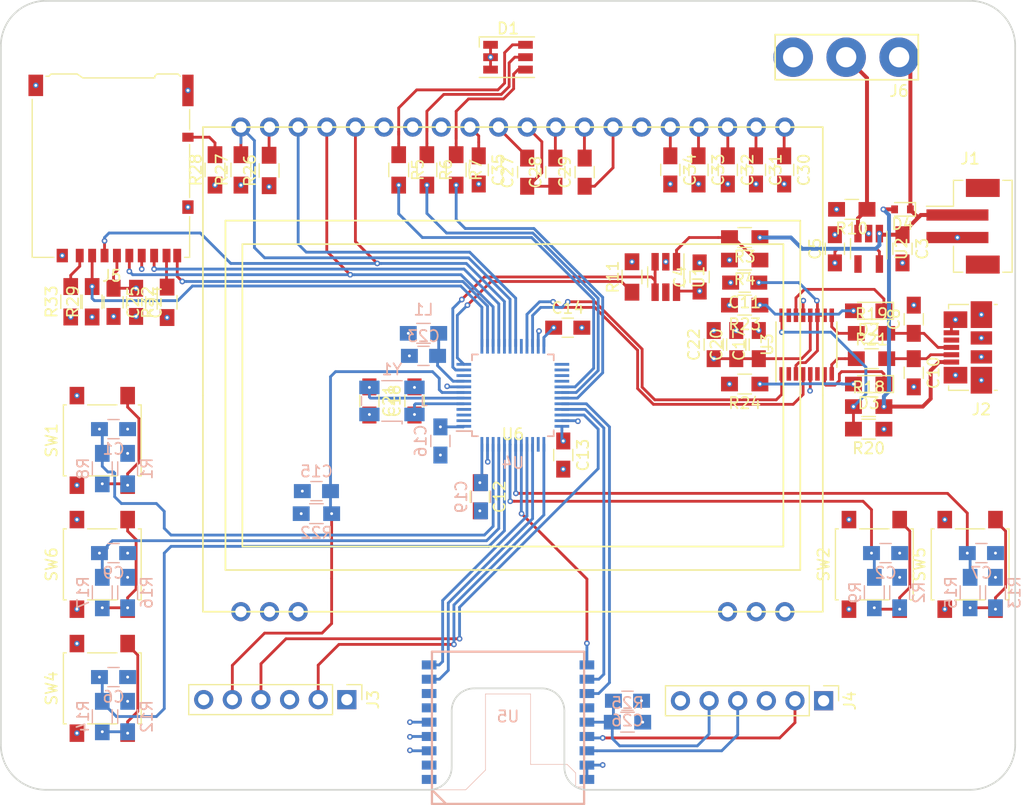
<source format=kicad_pcb>
(kicad_pcb (version 20171130) (host pcbnew 5.0.0)
  (layers (0 F.Cu power) (1 In1.Cu power hide) (2 In2.Cu power hide) (31 B.Cu signal) (34 B.Paste user) (35 F.Paste user) (36 B.SilkS user) (37 F.SilkS user) (38 B.Mask user) (39 F.Mask user) (44 Edge.Cuts user))
  (net 0 "")
  (net 1 PB_UP)
  (net 2 GND)
  (net 3 PB_LEFT)
  (net 4 "Net-(C3-Pad1)")
  (net 5 VCC)
  (net 6 PB_DOWN)
  (net 7 PB_RIGHT)
  (net 8 "Net-(C8-Pad1)")
  (net 9 PB_CENTER)
  (net 10 "Net-(C10-Pad1)")
  (net 11 "Net-(C11-Pad1)")
  (net 12 IO_MCU_RST)
  (net 13 "Net-(C18-Pad1)")
  (net 14 "Net-(C21-Pad1)")
  (net 15 "Net-(C23-Pad1)")
  (net 16 SENSOR_MCU_RST)
  (net 17 "Net-(C27-Pad1)")
  (net 18 "Net-(C27-Pad2)")
  (net 19 "Net-(C28-Pad2)")
  (net 20 "Net-(C29-Pad2)")
  (net 21 "Net-(C29-Pad1)")
  (net 22 "Net-(C30-Pad1)")
  (net 23 "Net-(C31-Pad1)")
  (net 24 "Net-(C32-Pad1)")
  (net 25 "Net-(C33-Pad1)")
  (net 26 "Net-(C34-Pad1)")
  (net 27 "Net-(C35-Pad1)")
  (net 28 "Net-(D1-Pad6)")
  (net 29 "Net-(D1-Pad5)")
  (net 30 "Net-(D1-Pad4)")
  (net 31 "Net-(D2-Pad1)")
  (net 32 "Net-(D2-Pad2)")
  (net 33 "Net-(D3-Pad2)")
  (net 34 "Net-(D3-Pad1)")
  (net 35 VUSB)
  (net 36 IO_MCU_SWDIO)
  (net 37 IO_MCU_SWCLK)
  (net 38 SENSOR_MCU_SWCLK)
  (net 39 SENSOR_MCU_SWDIO)
  (net 40 "Net-(J5-Pad10)")
  (net 41 SD_CARD_CS)
  (net 42 "Net-(J5-Pad1)")
  (net 43 "Net-(J5-Pad8)")
  (net 44 SD_CARD_DET)
  (net 45 "Net-(J6-Pad2)")
  (net 46 "Net-(R1-Pad1)")
  (net 47 "Net-(R2-Pad1)")
  (net 48 "Net-(R3-Pad2)")
  (net 49 LED_RED)
  (net 50 LED_GREEN)
  (net 51 LED_BLUE)
  (net 52 VBATT_ENABLE)
  (net 53 "Net-(R12-Pad1)")
  (net 54 "Net-(R13-Pad1)")
  (net 55 "Net-(R16-Pad1)")
  (net 56 USB_VBUS_DET)
  (net 57 "Net-(R19-Pad1)")
  (net 58 "Net-(R21-Pad1)")
  (net 59 "Net-(R26-Pad2)")
  (net 60 LCD_CS)
  (net 61 VBATT_MEASURE)
  (net 62 FRX_MTX)
  (net 63 FTX_MRX)
  (net 64 SENSOR_MCU_INT)
  (net 65 SENSOR_MCU_CS)
  (net 66 LCD_CMD_DAT)
  (net 67 SPI1_MISO)
  (net 68 SPI1_SCK)
  (net 69 SPI1_MOSI)
  (net 70 SPI3_MOSI)
  (net 71 SPI3_MISO)
  (net 72 SPI3_SCK)
  (module TO_SOT_Packages_SMD:SOT-23-6_Handsoldering (layer F.Cu) (at 152 74.5 270)
    (fp_text reference U1 (at 0 -2.9 270) (layer F.SilkS))
    (fp_text value lmv341)
    (pad 5 smd rect (at 1.35 0 270) (size 1.56 0.65) (layers F.Cu F.Paste F.Mask) (net 52 VBATT_ENABLE))
    (pad 6 smd rect (at 1.35 -0.95 270) (size 1.56 0.65) (layers F.Cu F.Paste F.Mask) (net 5 VCC))
    (pad 4 smd rect (at 1.35 0.95 270) (size 1.56 0.65) (layers F.Cu F.Paste F.Mask) (net 61 VBATT_MEASURE))
    (pad 3 smd rect (at -1.35 0.95 270) (size 1.56 0.65) (layers F.Cu F.Paste F.Mask) (net 61 VBATT_MEASURE))
    (pad 2 smd rect (at -1.35 0 270) (size 1.56 0.65) (layers F.Cu F.Paste F.Mask) (net 2 GND))
    (pad 1 smd rect (at -1.35 -0.95 270) (size 1.56 0.65) (layers F.Cu F.Paste F.Mask) (net 48 "Net-(R3-Pad2)"))
  )
  (module Connectors_Card:Hirose_DM3AT-SF-PEJM5 (layer F.Cu) (at 100 72 180)
    (fp_text reference J5 (at -2.85 -2.4 180) (layer F.SilkS))
    (fp_text value Micro_SD_Card_Det_Hirose_DM3AT)
    (pad 11 smd rect (at 3.9 14.5 180) (size 1.3 1.9) (layers F.Cu F.Paste F.Mask) (net 2 GND))
    (pad 11 smd rect (at -9.6 14.05 180) (size 1 2.8) (layers F.Cu F.Paste F.Mask) (net 2 GND))
    (pad 10 smd rect (at -9.6 9.9 180) (size 1 0.8) (layers F.Cu F.Paste F.Mask) (net 40 "Net-(J5-Pad10)"))
    (pad 11 smd rect (at -9.6 3.7 180) (size 1 1.2) (layers F.Cu F.Paste F.Mask) (net 2 GND))
    (pad 11 smd rect (at 1.55 -0.6 180) (size 1 1.2) (layers F.Cu F.Paste F.Mask) (net 2 GND))
    (pad 7 smd rect (at -6.6 -0.6 180) (size 0.7 1.2) (layers F.Cu F.Paste F.Mask) (net 67 SPI1_MISO))
    (pad 6 smd rect (at -5.5 -0.6 180) (size 0.7 1.2) (layers F.Cu F.Paste F.Mask) (net 2 GND))
    (pad 5 smd rect (at -4.4 -0.6 180) (size 0.7 1.2) (layers F.Cu F.Paste F.Mask) (net 68 SPI1_SCK))
    (pad 4 smd rect (at -3.3 -0.6 180) (size 0.7 1.2) (layers F.Cu F.Paste F.Mask) (net 5 VCC))
    (pad 3 smd rect (at -2.2 -0.6 180) (size 0.7 1.2) (layers F.Cu F.Paste F.Mask) (net 69 SPI1_MOSI))
    (pad 2 smd rect (at -1.1 -0.6 180) (size 0.7 1.2) (layers F.Cu F.Paste F.Mask) (net 41 SD_CARD_CS))
    (pad 1 smd rect (at 0 -0.6 180) (size 0.7 1.2) (layers F.Cu F.Paste F.Mask) (net 42 "Net-(J5-Pad1)"))
    (pad 8 smd rect (at -7.7 -0.6 180) (size 0.7 1.2) (layers F.Cu F.Paste F.Mask) (net 43 "Net-(J5-Pad8)"))
    (pad 9 smd rect (at -8.65 -0.6 180) (size 0.7 1.2) (layers F.Cu F.Paste F.Mask) (net 44 SD_CARD_DET))
  )
  (module Capacitors_SMD:C_0805_HandSoldering (layer F.Cu) (at 135.4 65 270)
    (fp_text reference C35 (at 0 -1.75 270) (layer F.SilkS))
    (fp_text value 1u)
    (pad 2 smd rect (at 1.25 0 270) (size 1.5 1.25) (layers F.Cu F.Paste F.Mask) (net 2 GND))
    (pad 1 smd rect (at -1.25 0 270) (size 1.5 1.25) (layers F.Cu F.Paste F.Mask) (net 27 "Net-(C35-Pad1)"))
  )
  (module clock_project:MS12ANW03 (layer F.Cu) (at 168 55 270)
    (fp_text reference J6 (at 3 -4.7) (layer F.SilkS))
    (fp_text value Conn_01x03)
    (pad 3 thru_hole circle (at 0 -4.7 270) (size 3.5 3.5) (drill 1.8) (layers *.Cu *.Mask) (net 4 "Net-(C3-Pad1)"))
    (pad 2 thru_hole circle (at 0 0 270) (size 3.5 3.5) (drill 1.8) (layers *.Cu *.Mask) (net 45 "Net-(J6-Pad2)"))
    (pad 1 thru_hole circle (at 0 4.7 270) (size 3.5 3.5) (drill 1.8) (layers *.Cu *.Mask))
  )
  (module Capacitors_SMD:C_0805_HandSoldering (layer B.Cu) (at 103 88)
    (fp_text reference C1 (at 0 1.75) (layer B.SilkS) (effects (justify mirror)))
    (fp_text value 1u)
    (pad 1 smd rect (at -1.25 0) (size 1.5 1.25) (layers B.Cu B.Paste B.Mask) (net 1 PB_UP))
    (pad 2 smd rect (at 1.25 0) (size 1.5 1.25) (layers B.Cu B.Paste B.Mask) (net 2 GND))
  )
  (module Capacitors_SMD:C_0805_HandSoldering (layer B.Cu) (at 171.5 99)
    (fp_text reference C2 (at 0 1.75) (layer B.SilkS) (effects (justify mirror)))
    (fp_text value 1u)
    (pad 2 smd rect (at 1.25 0) (size 1.5 1.25) (layers B.Cu B.Paste B.Mask) (net 2 GND))
    (pad 1 smd rect (at -1.25 0) (size 1.5 1.25) (layers B.Cu B.Paste B.Mask) (net 3 PB_LEFT))
  )
  (module Capacitors_SMD:C_0805_HandSoldering (layer F.Cu) (at 173 72 270)
    (fp_text reference C3 (at 0 -1.75 270) (layer F.SilkS))
    (fp_text value 4.7u)
    (pad 1 smd rect (at -1.25 0 270) (size 1.5 1.25) (layers F.Cu F.Paste F.Mask) (net 4 "Net-(C3-Pad1)"))
    (pad 2 smd rect (at 1.25 0 270) (size 1.5 1.25) (layers F.Cu F.Paste F.Mask) (net 2 GND))
  )
  (module Capacitors_SMD:C_0805_HandSoldering (layer F.Cu) (at 155 74.5 90)
    (fp_text reference C4 (at 0 -1.75 90) (layer F.SilkS))
    (fp_text value 100n)
    (pad 1 smd rect (at -1.25 0 90) (size 1.5 1.25) (layers F.Cu F.Paste F.Mask) (net 5 VCC))
    (pad 2 smd rect (at 1.25 0 90) (size 1.5 1.25) (layers F.Cu F.Paste F.Mask) (net 2 GND))
  )
  (module Capacitors_SMD:C_0805_HandSoldering (layer F.Cu) (at 167 72 90)
    (fp_text reference C5 (at 0 -1.75 90) (layer F.SilkS))
    (fp_text value 4.7u)
    (pad 2 smd rect (at 1.25 0 90) (size 1.5 1.25) (layers F.Cu F.Paste F.Mask) (net 2 GND))
    (pad 1 smd rect (at -1.25 0 90) (size 1.5 1.25) (layers F.Cu F.Paste F.Mask) (net 5 VCC))
  )
  (module Capacitors_SMD:C_0805_HandSoldering (layer B.Cu) (at 103 110)
    (fp_text reference C6 (at 0 1.75) (layer B.SilkS) (effects (justify mirror)))
    (fp_text value 1u)
    (pad 2 smd rect (at 1.25 0) (size 1.5 1.25) (layers B.Cu B.Paste B.Mask) (net 2 GND))
    (pad 1 smd rect (at -1.25 0) (size 1.5 1.25) (layers B.Cu B.Paste B.Mask) (net 6 PB_DOWN))
  )
  (module Capacitors_SMD:C_0805_HandSoldering (layer B.Cu) (at 180 99)
    (fp_text reference C7 (at 0 1.75) (layer B.SilkS) (effects (justify mirror)))
    (fp_text value 1u)
    (pad 1 smd rect (at -1.25 0) (size 1.5 1.25) (layers B.Cu B.Paste B.Mask) (net 7 PB_RIGHT))
    (pad 2 smd rect (at 1.25 0) (size 1.5 1.25) (layers B.Cu B.Paste B.Mask) (net 2 GND))
  )
  (module Capacitors_SMD:C_0805_HandSoldering (layer F.Cu) (at 174 78.25 90)
    (fp_text reference C8 (at 0 -1.75 90) (layer F.SilkS))
    (fp_text value 47p)
    (pad 2 smd rect (at 1.25 0 90) (size 1.5 1.25) (layers F.Cu F.Paste F.Mask) (net 2 GND))
    (pad 1 smd rect (at -1.25 0 90) (size 1.5 1.25) (layers F.Cu F.Paste F.Mask) (net 8 "Net-(C8-Pad1)"))
  )
  (module Capacitors_SMD:C_0805_HandSoldering (layer B.Cu) (at 103 99)
    (fp_text reference C9 (at 0 1.75) (layer B.SilkS) (effects (justify mirror)))
    (fp_text value 1u)
    (pad 2 smd rect (at 1.25 0) (size 1.5 1.25) (layers B.Cu B.Paste B.Mask) (net 2 GND))
    (pad 1 smd rect (at -1.25 0) (size 1.5 1.25) (layers B.Cu B.Paste B.Mask) (net 9 PB_CENTER))
  )
  (module Capacitors_SMD:C_0805_HandSoldering (layer F.Cu) (at 174 83 270)
    (fp_text reference C10 (at 0 -1.75 270) (layer F.SilkS))
    (fp_text value 47p)
    (pad 1 smd rect (at -1.25 0 270) (size 1.5 1.25) (layers F.Cu F.Paste F.Mask) (net 10 "Net-(C10-Pad1)"))
    (pad 2 smd rect (at 1.25 0 270) (size 1.5 1.25) (layers F.Cu F.Paste F.Mask) (net 2 GND))
  )
  (module Capacitors_SMD:C_0805_HandSoldering (layer F.Cu) (at 159 75 180)
    (fp_text reference C11 (at 0 -1.75 180) (layer F.SilkS))
    (fp_text value 100n)
    (pad 1 smd rect (at -1.25 0 180) (size 1.5 1.25) (layers F.Cu F.Paste F.Mask) (net 11 "Net-(C11-Pad1)"))
    (pad 2 smd rect (at 1.25 0 180) (size 1.5 1.25) (layers F.Cu F.Paste F.Mask) (net 2 GND))
  )
  (module Capacitors_SMD:C_0805_HandSoldering (layer F.Cu) (at 135.5 94 270)
    (fp_text reference C12 (at 0 -1.75 270) (layer F.SilkS))
    (fp_text value 1u)
    (pad 2 smd rect (at 1.25 0 270) (size 1.5 1.25) (layers F.Cu F.Paste F.Mask) (net 2 GND))
    (pad 1 smd rect (at -1.25 0 270) (size 1.5 1.25) (layers F.Cu F.Paste F.Mask) (net 5 VCC))
  )
  (module Capacitors_SMD:C_0805_HandSoldering (layer F.Cu) (at 142.9 90.3 270)
    (fp_text reference C13 (at 0 -1.75 270) (layer F.SilkS))
    (fp_text value 100n)
    (pad 2 smd rect (at 1.25 0 270) (size 1.5 1.25) (layers F.Cu F.Paste F.Mask) (net 2 GND))
    (pad 1 smd rect (at -1.25 0 270) (size 1.5 1.25) (layers F.Cu F.Paste F.Mask) (net 5 VCC))
  )
  (module Capacitors_SMD:C_0805_HandSoldering (layer F.Cu) (at 143.3 79)
    (fp_text reference C14 (at 0 -1.75) (layer F.SilkS))
    (fp_text value 100n)
    (pad 1 smd rect (at -1.25 0) (size 1.5 1.25) (layers F.Cu F.Paste F.Mask) (net 5 VCC))
    (pad 2 smd rect (at 1.25 0) (size 1.5 1.25) (layers F.Cu F.Paste F.Mask) (net 2 GND))
  )
  (module Capacitors_SMD:C_0805_HandSoldering (layer B.Cu) (at 121 93.5 180)
    (fp_text reference C15 (at 0 1.75 180) (layer B.SilkS) (effects (justify mirror)))
    (fp_text value 10n)
    (pad 1 smd rect (at -1.25 0 180) (size 1.5 1.25) (layers B.Cu B.Paste B.Mask) (net 12 IO_MCU_RST))
    (pad 2 smd rect (at 1.25 0 180) (size 1.5 1.25) (layers B.Cu B.Paste B.Mask) (net 2 GND))
  )
  (module Capacitors_SMD:C_0805_HandSoldering (layer B.Cu) (at 132 89.05 270)
    (fp_text reference C16 (at 0 1.75 270) (layer B.SilkS) (effects (justify mirror)))
    (fp_text value 100n)
    (pad 2 smd rect (at 1.25 0 270) (size 1.5 1.25) (layers B.Cu B.Paste B.Mask) (net 2 GND))
    (pad 1 smd rect (at -1.25 0 270) (size 1.5 1.25) (layers B.Cu B.Paste B.Mask) (net 5 VCC))
  )
  (module Capacitors_SMD:C_0805_HandSoldering (layer F.Cu) (at 160.25 80.5 90)
    (fp_text reference C17 (at 0 -1.75 90) (layer F.SilkS))
    (fp_text value 100n)
    (pad 2 smd rect (at 1.25 0 90) (size 1.5 1.25) (layers F.Cu F.Paste F.Mask) (net 2 GND))
    (pad 1 smd rect (at -1.25 0 90) (size 1.5 1.25) (layers F.Cu F.Paste F.Mask) (net 5 VCC))
  )
  (module Capacitors_SMD:C_0805_HandSoldering (layer F.Cu) (at 129.7 85.5 90)
    (fp_text reference C18 (at 0 -1.75 90) (layer F.SilkS))
    (fp_text value 20p)
    (pad 2 smd rect (at 1.25 0 90) (size 1.5 1.25) (layers F.Cu F.Paste F.Mask) (net 2 GND))
    (pad 1 smd rect (at -1.25 0 90) (size 1.5 1.25) (layers F.Cu F.Paste F.Mask) (net 13 "Net-(C18-Pad1)"))
  )
  (module Capacitors_SMD:C_0805_HandSoldering (layer B.Cu) (at 135.6 94 270)
    (fp_text reference C19 (at 0 1.75 270) (layer B.SilkS) (effects (justify mirror)))
    (fp_text value 100n)
    (pad 1 smd rect (at -1.25 0 270) (size 1.5 1.25) (layers B.Cu B.Paste B.Mask) (net 5 VCC))
    (pad 2 smd rect (at 1.25 0 270) (size 1.5 1.25) (layers B.Cu B.Paste B.Mask) (net 2 GND))
  )
  (module Capacitors_SMD:C_0805_HandSoldering (layer F.Cu) (at 158.25 80.5 90)
    (fp_text reference C20 (at 0 -1.75 90) (layer F.SilkS))
    (fp_text value 100n)
    (pad 1 smd rect (at -1.25 0 90) (size 1.5 1.25) (layers F.Cu F.Paste F.Mask) (net 5 VCC))
    (pad 2 smd rect (at 1.25 0 90) (size 1.5 1.25) (layers F.Cu F.Paste F.Mask) (net 2 GND))
  )
  (module Capacitors_SMD:C_0805_HandSoldering (layer F.Cu) (at 125.7 85.5 270)
    (fp_text reference C21 (at 0 -1.75 270) (layer F.SilkS))
    (fp_text value 20p)
    (pad 2 smd rect (at 1.25 0 270) (size 1.5 1.25) (layers F.Cu F.Paste F.Mask) (net 2 GND))
    (pad 1 smd rect (at -1.25 0 270) (size 1.5 1.25) (layers F.Cu F.Paste F.Mask) (net 14 "Net-(C21-Pad1)"))
  )
  (module Capacitors_SMD:C_0805_HandSoldering (layer F.Cu) (at 156.25 80.5 90)
    (fp_text reference C22 (at 0 -1.75 90) (layer F.SilkS))
    (fp_text value 4.7u)
    (pad 2 smd rect (at 1.25 0 90) (size 1.5 1.25) (layers F.Cu F.Paste F.Mask) (net 2 GND))
    (pad 1 smd rect (at -1.25 0 90) (size 1.5 1.25) (layers F.Cu F.Paste F.Mask) (net 5 VCC))
  )
  (module Capacitors_SMD:C_0805_HandSoldering (layer B.Cu) (at 130.5 81.5 180)
    (fp_text reference C23 (at 0 1.75 180) (layer B.SilkS) (effects (justify mirror)))
    (fp_text value 100n)
    (pad 2 smd rect (at 1.25 0 180) (size 1.5 1.25) (layers B.Cu B.Paste B.Mask) (net 2 GND))
    (pad 1 smd rect (at -1.25 0 180) (size 1.5 1.25) (layers B.Cu B.Paste B.Mask) (net 15 "Net-(C23-Pad1)"))
  )
  (module Capacitors_SMD:C_0805_HandSoldering (layer F.Cu) (at 105 76.75 270)
    (fp_text reference C24 (at 0 -1.75 270) (layer F.SilkS))
    (fp_text value 4.7u)
    (pad 1 smd rect (at -1.25 0 270) (size 1.5 1.25) (layers F.Cu F.Paste F.Mask) (net 5 VCC))
    (pad 2 smd rect (at 1.25 0 270) (size 1.5 1.25) (layers F.Cu F.Paste F.Mask) (net 2 GND))
  )
  (module Capacitors_SMD:C_0805_HandSoldering (layer F.Cu) (at 103 76.75 270)
    (fp_text reference C25 (at 0 -1.75 270) (layer F.SilkS))
    (fp_text value 100n)
    (pad 1 smd rect (at -1.25 0 270) (size 1.5 1.25) (layers F.Cu F.Paste F.Mask) (net 5 VCC))
    (pad 2 smd rect (at 1.25 0 270) (size 1.5 1.25) (layers F.Cu F.Paste F.Mask) (net 2 GND))
  )
  (module Capacitors_SMD:C_0805_HandSoldering (layer B.Cu) (at 148.6 112.1)
    (fp_text reference C26 (at 0 1.75) (layer B.SilkS) (effects (justify mirror)))
    (fp_text value 10n)
    (pad 2 smd rect (at 1.25 0) (size 1.5 1.25) (layers B.Cu B.Paste B.Mask) (net 2 GND))
    (pad 1 smd rect (at -1.25 0) (size 1.5 1.25) (layers B.Cu B.Paste B.Mask) (net 16 SENSOR_MCU_RST))
  )
  (module Capacitors_SMD:C_0805_HandSoldering (layer F.Cu) (at 139.7 65.2 90)
    (fp_text reference C27 (at 0 -1.75 90) (layer F.SilkS))
    (fp_text value 1u)
    (pad 1 smd rect (at -1.25 0 90) (size 1.5 1.25) (layers F.Cu F.Paste F.Mask) (net 17 "Net-(C27-Pad1)"))
    (pad 2 smd rect (at 1.25 0 90) (size 1.5 1.25) (layers F.Cu F.Paste F.Mask) (net 18 "Net-(C27-Pad2)"))
  )
  (module Capacitors_SMD:C_0805_HandSoldering (layer F.Cu) (at 142.2 65.2 90)
    (fp_text reference C28 (at 0 -1.75 90) (layer F.SilkS))
    (fp_text value 1u)
    (pad 1 smd rect (at -1.25 0 90) (size 1.5 1.25) (layers F.Cu F.Paste F.Mask) (net 17 "Net-(C27-Pad1)"))
    (pad 2 smd rect (at 1.25 0 90) (size 1.5 1.25) (layers F.Cu F.Paste F.Mask) (net 19 "Net-(C28-Pad2)"))
  )
  (module Capacitors_SMD:C_0805_HandSoldering (layer F.Cu) (at 144.8 65.2 90)
    (fp_text reference C29 (at 0 -1.75 90) (layer F.SilkS))
    (fp_text value 1u)
    (pad 2 smd rect (at 1.25 0 90) (size 1.5 1.25) (layers F.Cu F.Paste F.Mask) (net 20 "Net-(C29-Pad2)"))
    (pad 1 smd rect (at -1.25 0 90) (size 1.5 1.25) (layers F.Cu F.Paste F.Mask) (net 21 "Net-(C29-Pad1)"))
  )
  (module Capacitors_SMD:C_0805_HandSoldering (layer F.Cu) (at 162.5 65 270)
    (fp_text reference C30 (at 0 -1.75 270) (layer F.SilkS))
    (fp_text value 1u)
    (pad 1 smd rect (at -1.25 0 270) (size 1.5 1.25) (layers F.Cu F.Paste F.Mask) (net 22 "Net-(C30-Pad1)"))
    (pad 2 smd rect (at 1.25 0 270) (size 1.5 1.25) (layers F.Cu F.Paste F.Mask) (net 2 GND))
  )
  (module Capacitors_SMD:C_0805_HandSoldering (layer F.Cu) (at 160 65 270)
    (fp_text reference C31 (at 0 -1.75 270) (layer F.SilkS))
    (fp_text value 1u)
    (pad 2 smd rect (at 1.25 0 270) (size 1.5 1.25) (layers F.Cu F.Paste F.Mask) (net 2 GND))
    (pad 1 smd rect (at -1.25 0 270) (size 1.5 1.25) (layers F.Cu F.Paste F.Mask) (net 23 "Net-(C31-Pad1)"))
  )
  (module Capacitors_SMD:C_0805_HandSoldering (layer F.Cu) (at 157.5 65 270)
    (fp_text reference C32 (at 0 -1.75 270) (layer F.SilkS))
    (fp_text value 1u)
    (pad 1 smd rect (at -1.25 0 270) (size 1.5 1.25) (layers F.Cu F.Paste F.Mask) (net 24 "Net-(C32-Pad1)"))
    (pad 2 smd rect (at 1.25 0 270) (size 1.5 1.25) (layers F.Cu F.Paste F.Mask) (net 2 GND))
  )
  (module Capacitors_SMD:C_0805_HandSoldering (layer F.Cu) (at 154.9 65 270)
    (fp_text reference C33 (at 0 -1.75 270) (layer F.SilkS))
    (fp_text value 1u)
    (pad 1 smd rect (at -1.25 0 270) (size 1.5 1.25) (layers F.Cu F.Paste F.Mask) (net 25 "Net-(C33-Pad1)"))
    (pad 2 smd rect (at 1.25 0 270) (size 1.5 1.25) (layers F.Cu F.Paste F.Mask) (net 2 GND))
  )
  (module Capacitors_SMD:C_0805_HandSoldering (layer F.Cu) (at 152.4 65 270)
    (fp_text reference C34 (at 0 -1.75 270) (layer F.SilkS))
    (fp_text value 1u)
    (pad 2 smd rect (at 1.25 0 270) (size 1.5 1.25) (layers F.Cu F.Paste F.Mask) (net 2 GND))
    (pad 1 smd rect (at -1.25 0 270) (size 1.5 1.25) (layers F.Cu F.Paste F.Mask) (net 26 "Net-(C34-Pad1)"))
  )
  (module LEDs:LED_RGB_PLCC-6 (layer F.Cu) (at 138 55)
    (fp_text reference D1 (at 0 -2.55 180) (layer F.SilkS))
    (fp_text value LED_RGB)
    (pad 6 smd rect (at 1.55 -1.1 90) (size 0.7 1.3) (layers F.Cu F.Paste F.Mask) (net 28 "Net-(D1-Pad6)"))
    (pad 5 smd rect (at 1.55 0 90) (size 0.7 1.3) (layers F.Cu F.Paste F.Mask) (net 29 "Net-(D1-Pad5)"))
    (pad 4 smd rect (at 1.55 1.1 90) (size 0.7 1.3) (layers F.Cu F.Paste F.Mask) (net 30 "Net-(D1-Pad4)"))
    (pad 3 smd rect (at -1.55 1.1 90) (size 0.7 1.3) (layers F.Cu F.Paste F.Mask) (net 2 GND))
    (pad 2 smd rect (at -1.55 0 90) (size 0.7 1.3) (layers F.Cu F.Paste F.Mask) (net 2 GND))
    (pad 1 smd rect (at -1.55 -1.1 90) (size 0.7 1.3) (layers F.Cu F.Paste F.Mask) (net 2 GND))
  )
  (module LEDs:LED_0805_HandSoldering (layer F.Cu) (at 170 77.5 180)
    (fp_text reference D2 (at 0 -1.7 180) (layer F.SilkS))
    (fp_text value RX_R)
    (pad 1 smd rect (at -1.35 0 180) (size 1.5 1.3) (layers F.Cu F.Paste F.Mask) (net 31 "Net-(D2-Pad1)"))
    (pad 2 smd rect (at 1.35 0 180) (size 1.5 1.3) (layers F.Cu F.Paste F.Mask) (net 32 "Net-(D2-Pad2)"))
  )
  (module LEDs:LED_0805_HandSoldering (layer F.Cu) (at 170 84 180)
    (fp_text reference D3 (at 0 -1.7 180) (layer F.SilkS))
    (fp_text value TX_G)
    (pad 2 smd rect (at 1.35 0 180) (size 1.5 1.3) (layers F.Cu F.Paste F.Mask) (net 33 "Net-(D3-Pad2)"))
    (pad 1 smd rect (at -1.35 0 180) (size 1.5 1.3) (layers F.Cu F.Paste F.Mask) (net 34 "Net-(D3-Pad1)"))
  )
  (module Diodes_SMD:D_SOD-523 (layer F.Cu) (at 173 68.5 180)
    (fp_text reference D4 (at 0 -1.3 180) (layer F.SilkS))
    (fp_text value BAT54KFILM)
    (pad 1 smd rect (at -0.7 0) (size 0.6 0.7) (layers F.Cu F.Paste F.Mask) (net 4 "Net-(C3-Pad1)"))
    (pad 2 smd rect (at 0.7 0) (size 0.6 0.7) (layers F.Cu F.Paste F.Mask) (net 35 VUSB))
  )
  (module Connectors_JST:JST_PH_B2B-PH-SM4-TB_02x2.00mm_Straight (layer F.Cu) (at 179 70 270)
    (fp_text reference J1 (at -6 0) (layer F.SilkS))
    (fp_text value Conn_01x02)
    (pad "" smd rect (at 3.4 -1.125 270) (size 1.6 3) (layers F.Cu F.Paste F.Mask))
    (pad "" smd rect (at -3.4 -1.125 270) (size 1.6 3) (layers F.Cu F.Paste F.Mask))
    (pad 2 smd rect (at 1 1.125 270) (size 1 5.5) (layers F.Cu F.Paste F.Mask) (net 2 GND))
    (pad 1 smd rect (at -1 1.125 270) (size 1 5.5) (layers F.Cu F.Paste F.Mask) (net 4 "Net-(C3-Pad1)"))
  )
  (module Connectors_USB:USB_Micro-B_Molex_47346-0001 (layer F.Cu) (at 180 80.75 90)
    (fp_text reference J2 (at -5.5 0) (layer F.SilkS))
    (fp_text value USB_B_Micro)
    (pad 6 smd rect (at 0.84 0 90) (size 1.175 1.9) (layers F.Cu F.Paste F.Mask) (net 2 GND))
    (pad 6 smd rect (at -0.84 0 90) (size 1.175 1.9) (layers F.Cu F.Paste F.Mask) (net 2 GND))
    (pad 6 smd rect (at 2.91 0 90) (size 2.375 1.9) (layers F.Cu F.Paste F.Mask) (net 2 GND))
    (pad 6 smd rect (at -2.91 0 90) (size 2.375 1.9) (layers F.Cu F.Paste F.Mask) (net 2 GND))
    (pad 6 smd rect (at 2.4625 -2.3 90) (size 1.475 2.1) (layers F.Cu F.Paste F.Mask) (net 2 GND))
    (pad 6 smd rect (at -2.4625 -2.3 90) (size 1.475 2.1) (layers F.Cu F.Paste F.Mask) (net 2 GND))
    (pad 5 smd rect (at 1.3 -2.66 90) (size 0.45 1.38) (layers F.Cu F.Paste F.Mask) (net 2 GND))
    (pad 4 smd rect (at 0.65 -2.66 90) (size 0.45 1.38) (layers F.Cu F.Paste F.Mask))
    (pad 3 smd rect (at 0 -2.66 90) (size 0.45 1.38) (layers F.Cu F.Paste F.Mask) (net 8 "Net-(C8-Pad1)"))
    (pad 2 smd rect (at -0.65 -2.66 90) (size 0.45 1.38) (layers F.Cu F.Paste F.Mask) (net 10 "Net-(C10-Pad1)"))
    (pad 1 smd rect (at -1.3 -2.66 90) (size 0.45 1.38) (layers F.Cu F.Paste F.Mask) (net 35 VUSB))
  )
  (module Pin_Headers:Pin_Header_Straight_1x06_Pitch2.54mm (layer F.Cu) (at 123.7 112 270)
    (fp_text reference J3 (at 0 -2.33 270) (layer F.SilkS))
    (fp_text value Conn_01x06)
    (pad 6 thru_hole oval (at 0 12.7 270) (size 1.7 1.7) (drill 1) (layers *.Cu *.Mask))
    (pad 5 thru_hole oval (at 0 10.16 270) (size 1.7 1.7) (drill 1) (layers *.Cu *.Mask) (net 12 IO_MCU_RST))
    (pad 4 thru_hole oval (at 0 7.62 270) (size 1.7 1.7) (drill 1) (layers *.Cu *.Mask) (net 36 IO_MCU_SWDIO))
    (pad 3 thru_hole oval (at 0 5.08 270) (size 1.7 1.7) (drill 1) (layers *.Cu *.Mask) (net 2 GND))
    (pad 2 thru_hole oval (at 0 2.54 270) (size 1.7 1.7) (drill 1) (layers *.Cu *.Mask) (net 37 IO_MCU_SWCLK))
    (pad 1 thru_hole rect (at 0 0 270) (size 1.7 1.7) (drill 1) (layers *.Cu *.Mask) (net 5 VCC))
  )
  (module Pin_Headers:Pin_Header_Straight_1x06_Pitch2.54mm (layer F.Cu) (at 166 112.1 270)
    (fp_text reference J4 (at 0 -2.33 270) (layer F.SilkS))
    (fp_text value Conn_01x06)
    (pad 1 thru_hole rect (at 0 0 270) (size 1.7 1.7) (drill 1) (layers *.Cu *.Mask) (net 5 VCC))
    (pad 2 thru_hole oval (at 0 2.54 270) (size 1.7 1.7) (drill 1) (layers *.Cu *.Mask) (net 38 SENSOR_MCU_SWCLK))
    (pad 3 thru_hole oval (at 0 5.08 270) (size 1.7 1.7) (drill 1) (layers *.Cu *.Mask) (net 2 GND))
    (pad 4 thru_hole oval (at 0 7.62 270) (size 1.7 1.7) (drill 1) (layers *.Cu *.Mask) (net 39 SENSOR_MCU_SWDIO))
    (pad 5 thru_hole oval (at 0 10.16 270) (size 1.7 1.7) (drill 1) (layers *.Cu *.Mask) (net 16 SENSOR_MCU_RST))
    (pad 6 thru_hole oval (at 0 12.7 270) (size 1.7 1.7) (drill 1) (layers *.Cu *.Mask))
  )
  (module Inductors_SMD:L_0805_HandSoldering (layer B.Cu) (at 130.5 79.5 180)
    (fp_text reference L1 (at 0 2.1 180) (layer B.SilkS) (effects (justify mirror)))
    (fp_text value " BKP2125HS600-T ")
    (pad 2 smd rect (at 1.35 0 180) (size 1.5 1.3) (layers B.Cu B.Paste B.Mask) (net 5 VCC))
    (pad 1 smd rect (at -1.35 0 180) (size 1.5 1.3) (layers B.Cu B.Paste B.Mask) (net 15 "Net-(C23-Pad1)"))
  )
  (module Resistors_SMD:R_0805_HandSoldering (layer B.Cu) (at 104.25 91.5 90)
    (fp_text reference R1 (at 0 1.7 90) (layer B.SilkS) (effects (justify mirror)))
    (fp_text value 10k)
    (pad 1 smd rect (at -1.35 0 90) (size 1.5 1.3) (layers B.Cu B.Paste B.Mask) (net 46 "Net-(R1-Pad1)"))
    (pad 2 smd rect (at 1.35 0 90) (size 1.5 1.3) (layers B.Cu B.Paste B.Mask) (net 2 GND))
  )
  (module Resistors_SMD:R_0805_HandSoldering (layer B.Cu) (at 172.75 102.5 90)
    (fp_text reference R2 (at 0 1.7 90) (layer B.SilkS) (effects (justify mirror)))
    (fp_text value 10k)
    (pad 1 smd rect (at -1.35 0 90) (size 1.5 1.3) (layers B.Cu B.Paste B.Mask) (net 47 "Net-(R2-Pad1)"))
    (pad 2 smd rect (at 1.35 0 90) (size 1.5 1.3) (layers B.Cu B.Paste B.Mask) (net 2 GND))
  )
  (module Resistors_SMD:R_0805_HandSoldering (layer F.Cu) (at 159 71 180)
    (fp_text reference R3 (at 0 -1.7 180) (layer F.SilkS))
    (fp_text value 10k)
    (pad 2 smd rect (at 1.35 0 180) (size 1.5 1.3) (layers F.Cu F.Paste F.Mask) (net 48 "Net-(R3-Pad2)"))
    (pad 1 smd rect (at -1.35 0 180) (size 1.5 1.3) (layers F.Cu F.Paste F.Mask) (net 4 "Net-(C3-Pad1)"))
  )
  (module Resistors_SMD:R_0805_HandSoldering (layer F.Cu) (at 159 73 180)
    (fp_text reference R4 (at 0 -1.7 180) (layer F.SilkS))
    (fp_text value 20k)
    (pad 1 smd rect (at -1.35 0 180) (size 1.5 1.3) (layers F.Cu F.Paste F.Mask) (net 48 "Net-(R3-Pad2)"))
    (pad 2 smd rect (at 1.35 0 180) (size 1.5 1.3) (layers F.Cu F.Paste F.Mask) (net 2 GND))
  )
  (module Resistors_SMD:R_0805_HandSoldering (layer F.Cu) (at 128.3 65 270)
    (fp_text reference R5 (at 0 -1.7 270) (layer F.SilkS))
    (fp_text value 750)
    (pad 2 smd rect (at 1.35 0 270) (size 1.5 1.3) (layers F.Cu F.Paste F.Mask) (net 49 LED_RED))
    (pad 1 smd rect (at -1.35 0 270) (size 1.5 1.3) (layers F.Cu F.Paste F.Mask) (net 28 "Net-(D1-Pad6)"))
  )
  (module Resistors_SMD:R_0805_HandSoldering (layer F.Cu) (at 130.8 65 270)
    (fp_text reference R6 (at 0 -1.7 270) (layer F.SilkS))
    (fp_text value 330)
    (pad 1 smd rect (at -1.35 0 270) (size 1.5 1.3) (layers F.Cu F.Paste F.Mask) (net 29 "Net-(D1-Pad5)"))
    (pad 2 smd rect (at 1.35 0 270) (size 1.5 1.3) (layers F.Cu F.Paste F.Mask) (net 50 LED_GREEN))
  )
  (module Resistors_SMD:R_0805_HandSoldering (layer F.Cu) (at 133.4 65 270)
    (fp_text reference R7 (at 0 -1.75 270) (layer F.SilkS))
    (fp_text value 330)
    (pad 2 smd rect (at 1.35 0 270) (size 1.5 1.3) (layers F.Cu F.Paste F.Mask) (net 51 LED_BLUE))
    (pad 1 smd rect (at -1.35 0 270) (size 1.5 1.3) (layers F.Cu F.Paste F.Mask) (net 30 "Net-(D1-Pad4)"))
  )
  (module Resistors_SMD:R_0805_HandSoldering (layer B.Cu) (at 102 91.5 270)
    (fp_text reference R8 (at 0 1.7 270) (layer B.SilkS) (effects (justify mirror)))
    (fp_text value 10k)
    (pad 2 smd rect (at 1.35 0 270) (size 1.5 1.3) (layers B.Cu B.Paste B.Mask) (net 46 "Net-(R1-Pad1)"))
    (pad 1 smd rect (at -1.35 0 270) (size 1.5 1.3) (layers B.Cu B.Paste B.Mask) (net 1 PB_UP))
  )
  (module Resistors_SMD:R_0805_HandSoldering (layer B.Cu) (at 170.5 102.5 270)
    (fp_text reference R9 (at 0 1.7 270) (layer B.SilkS) (effects (justify mirror)))
    (fp_text value 10k)
    (pad 2 smd rect (at 1.35 0 270) (size 1.5 1.3) (layers B.Cu B.Paste B.Mask) (net 47 "Net-(R2-Pad1)"))
    (pad 1 smd rect (at -1.35 0 270) (size 1.5 1.3) (layers B.Cu B.Paste B.Mask) (net 3 PB_LEFT))
  )
  (module Resistors_SMD:R_0805_HandSoldering (layer F.Cu) (at 168.5 68.5 180)
    (fp_text reference R10 (at 0 -1.7 180) (layer F.SilkS))
    (fp_text value 47k)
    (pad 2 smd rect (at 1.35 0 180) (size 1.5 1.3) (layers F.Cu F.Paste F.Mask) (net 2 GND))
    (pad 1 smd rect (at -1.35 0 180) (size 1.5 1.3) (layers F.Cu F.Paste F.Mask) (net 45 "Net-(J6-Pad2)"))
  )
  (module Resistors_SMD:R_0805_HandSoldering (layer F.Cu) (at 149 74.5 90)
    (fp_text reference R11 (at 0 -1.7 90) (layer F.SilkS))
    (fp_text value 100k)
    (pad 2 smd rect (at 1.35 0 90) (size 1.5 1.3) (layers F.Cu F.Paste F.Mask) (net 2 GND))
    (pad 1 smd rect (at -1.35 0 90) (size 1.5 1.3) (layers F.Cu F.Paste F.Mask) (net 52 VBATT_ENABLE))
  )
  (module Resistors_SMD:R_0805_HandSoldering (layer B.Cu) (at 104.25 113.5 90)
    (fp_text reference R12 (at 0 1.7 90) (layer B.SilkS) (effects (justify mirror)))
    (fp_text value 10k)
    (pad 1 smd rect (at -1.35 0 90) (size 1.5 1.3) (layers B.Cu B.Paste B.Mask) (net 53 "Net-(R12-Pad1)"))
    (pad 2 smd rect (at 1.35 0 90) (size 1.5 1.3) (layers B.Cu B.Paste B.Mask) (net 2 GND))
  )
  (module Resistors_SMD:R_0805_HandSoldering (layer B.Cu) (at 181.25 102.5 90)
    (fp_text reference R13 (at 0 1.7 90) (layer B.SilkS) (effects (justify mirror)))
    (fp_text value 10k)
    (pad 1 smd rect (at -1.35 0 90) (size 1.5 1.3) (layers B.Cu B.Paste B.Mask) (net 54 "Net-(R13-Pad1)"))
    (pad 2 smd rect (at 1.35 0 90) (size 1.5 1.3) (layers B.Cu B.Paste B.Mask) (net 2 GND))
  )
  (module Resistors_SMD:R_0805_HandSoldering (layer B.Cu) (at 102 113.5 270)
    (fp_text reference R14 (at 0 1.7 270) (layer B.SilkS) (effects (justify mirror)))
    (fp_text value 10k)
    (pad 2 smd rect (at 1.35 0 270) (size 1.5 1.3) (layers B.Cu B.Paste B.Mask) (net 53 "Net-(R12-Pad1)"))
    (pad 1 smd rect (at -1.35 0 270) (size 1.5 1.3) (layers B.Cu B.Paste B.Mask) (net 6 PB_DOWN))
  )
  (module Resistors_SMD:R_0805_HandSoldering (layer B.Cu) (at 179 102.5 270)
    (fp_text reference R15 (at 0 1.7 270) (layer B.SilkS) (effects (justify mirror)))
    (fp_text value 10k)
    (pad 2 smd rect (at 1.35 0 270) (size 1.5 1.3) (layers B.Cu B.Paste B.Mask) (net 54 "Net-(R13-Pad1)"))
    (pad 1 smd rect (at -1.35 0 270) (size 1.5 1.3) (layers B.Cu B.Paste B.Mask) (net 7 PB_RIGHT))
  )
  (module Resistors_SMD:R_0805_HandSoldering (layer B.Cu) (at 104.25 102.5 90)
    (fp_text reference R16 (at 0 1.7 90) (layer B.SilkS) (effects (justify mirror)))
    (fp_text value 10k)
    (pad 2 smd rect (at 1.35 0 90) (size 1.5 1.3) (layers B.Cu B.Paste B.Mask) (net 2 GND))
    (pad 1 smd rect (at -1.35 0 90) (size 1.5 1.3) (layers B.Cu B.Paste B.Mask) (net 55 "Net-(R16-Pad1)"))
  )
  (module Resistors_SMD:R_0805_HandSoldering (layer B.Cu) (at 102 102.5 270)
    (fp_text reference R17 (at 0 1.7 270) (layer B.SilkS) (effects (justify mirror)))
    (fp_text value 10k)
    (pad 1 smd rect (at -1.35 0 270) (size 1.5 1.3) (layers B.Cu B.Paste B.Mask) (net 9 PB_CENTER))
    (pad 2 smd rect (at 1.35 0 270) (size 1.5 1.3) (layers B.Cu B.Paste B.Mask) (net 55 "Net-(R16-Pad1)"))
  )
  (module Resistors_SMD:R_0805_HandSoldering (layer F.Cu) (at 170 86)
    (fp_text reference R18 (at 0 -1.7) (layer F.SilkS))
    (fp_text value 4.7k)
    (pad 1 smd rect (at -1.35 0) (size 1.5 1.3) (layers F.Cu F.Paste F.Mask) (net 56 USB_VBUS_DET))
    (pad 2 smd rect (at 1.35 0) (size 1.5 1.3) (layers F.Cu F.Paste F.Mask) (net 35 VUSB))
  )
  (module Resistors_SMD:R_0805_HandSoldering (layer F.Cu) (at 170.25 79.5)
    (fp_text reference R19 (at 0 -1.7) (layer F.SilkS))
    (fp_text value 27)
    (pad 1 smd rect (at -1.35 0) (size 1.5 1.3) (layers F.Cu F.Paste F.Mask) (net 57 "Net-(R19-Pad1)"))
    (pad 2 smd rect (at 1.35 0) (size 1.5 1.3) (layers F.Cu F.Paste F.Mask) (net 8 "Net-(C8-Pad1)"))
  )
  (module Resistors_SMD:R_0805_HandSoldering (layer F.Cu) (at 170 88 180)
    (fp_text reference R20 (at 0 -1.7 180) (layer F.SilkS))
    (fp_text value 10k)
    (pad 1 smd rect (at -1.35 0 180) (size 1.5 1.3) (layers F.Cu F.Paste F.Mask) (net 2 GND))
    (pad 2 smd rect (at 1.35 0 180) (size 1.5 1.3) (layers F.Cu F.Paste F.Mask) (net 56 USB_VBUS_DET))
  )
  (module Resistors_SMD:R_0805_HandSoldering (layer F.Cu) (at 170.25 81.75)
    (fp_text reference R21 (at 0 -1.7) (layer F.SilkS))
    (fp_text value 27)
    (pad 1 smd rect (at -1.35 0) (size 1.5 1.3) (layers F.Cu F.Paste F.Mask) (net 58 "Net-(R21-Pad1)"))
    (pad 2 smd rect (at 1.35 0) (size 1.5 1.3) (layers F.Cu F.Paste F.Mask) (net 10 "Net-(C10-Pad1)"))
  )
  (module Resistors_SMD:R_0805_HandSoldering (layer B.Cu) (at 121 95.5)
    (fp_text reference R22 (at 0 1.7) (layer B.SilkS) (effects (justify mirror)))
    (fp_text value 47k)
    (pad 1 smd rect (at -1.35 0) (size 1.5 1.3) (layers B.Cu B.Paste B.Mask) (net 5 VCC))
    (pad 2 smd rect (at 1.35 0) (size 1.5 1.3) (layers B.Cu B.Paste B.Mask) (net 12 IO_MCU_RST))
  )
  (module Resistors_SMD:R_0805_HandSoldering (layer F.Cu) (at 159 77 180)
    (fp_text reference R23 (at 0 -1.7 180) (layer F.SilkS))
    (fp_text value 750)
    (pad 2 smd rect (at 1.35 0 180) (size 1.5 1.3) (layers F.Cu F.Paste F.Mask) (net 5 VCC))
    (pad 1 smd rect (at -1.35 0 180) (size 1.5 1.3) (layers F.Cu F.Paste F.Mask) (net 32 "Net-(D2-Pad2)"))
  )
  (module Resistors_SMD:R_0805_HandSoldering (layer F.Cu) (at 159 84 180)
    (fp_text reference R24 (at 0 -1.7 180) (layer F.SilkS))
    (fp_text value 330)
    (pad 1 smd rect (at -1.35 0 180) (size 1.5 1.3) (layers F.Cu F.Paste F.Mask) (net 33 "Net-(D3-Pad2)"))
    (pad 2 smd rect (at 1.35 0 180) (size 1.5 1.3) (layers F.Cu F.Paste F.Mask) (net 5 VCC))
  )
  (module Resistors_SMD:R_0805_HandSoldering (layer B.Cu) (at 148.6 114 180)
    (fp_text reference R25 (at 0 1.7 180) (layer B.SilkS) (effects (justify mirror)))
    (fp_text value 47k)
    (pad 1 smd rect (at -1.35 0 180) (size 1.5 1.3) (layers B.Cu B.Paste B.Mask) (net 5 VCC))
    (pad 2 smd rect (at 1.35 0 180) (size 1.5 1.3) (layers B.Cu B.Paste B.Mask) (net 16 SENSOR_MCU_RST))
  )
  (module Resistors_SMD:R_0805_HandSoldering (layer F.Cu) (at 116.8 65.05 90)
    (fp_text reference R26 (at 0 -1.7 90) (layer F.SilkS))
    (fp_text value 100k)
    (pad 2 smd rect (at 1.35 0 90) (size 1.5 1.3) (layers F.Cu F.Paste F.Mask) (net 59 "Net-(R26-Pad2)"))
    (pad 1 smd rect (at -1.35 0 90) (size 1.5 1.3) (layers F.Cu F.Paste F.Mask) (net 5 VCC))
  )
  (module Resistors_SMD:R_0805_HandSoldering (layer F.Cu) (at 114.3 65 90)
    (fp_text reference R27 (at 0 -1.7 90) (layer F.SilkS))
    (fp_text value 100k)
    (pad 2 smd rect (at 1.35 0 90) (size 1.5 1.3) (layers F.Cu F.Paste F.Mask) (net 60 LCD_CS))
    (pad 1 smd rect (at -1.35 0 90) (size 1.5 1.3) (layers F.Cu F.Paste F.Mask) (net 5 VCC))
  )
  (module Resistors_SMD:R_0805_HandSoldering (layer F.Cu) (at 112 65 90)
    (fp_text reference R28 (at 0 -1.7 90) (layer F.SilkS))
    (fp_text value 47k)
    (pad 1 smd rect (at -1.35 0 90) (size 1.5 1.3) (layers F.Cu F.Paste F.Mask) (net 5 VCC))
    (pad 2 smd rect (at 1.35 0 90) (size 1.5 1.3) (layers F.Cu F.Paste F.Mask) (net 40 "Net-(J5-Pad10)"))
  )
  (module Resistors_SMD:R_0805_HandSoldering (layer F.Cu) (at 101.1 76.7 90)
    (fp_text reference R29 (at 0 -1.7 90) (layer F.SilkS))
    (fp_text value 47k)
    (pad 2 smd rect (at 1.35 0 90) (size 1.5 1.3) (layers F.Cu F.Paste F.Mask) (net 41 SD_CARD_CS))
    (pad 1 smd rect (at -1.35 0 90) (size 1.5 1.3) (layers F.Cu F.Paste F.Mask) (net 5 VCC))
  )
  (module Resistors_SMD:R_0805_HandSoldering (layer F.Cu) (at 107.75 76.75 90)
    (fp_text reference R32 (at 0 -1.7 90) (layer F.SilkS))
    (fp_text value 47k)
    (pad 1 smd rect (at -1.35 0 90) (size 1.5 1.3) (layers F.Cu F.Paste F.Mask) (net 5 VCC))
    (pad 2 smd rect (at 1.35 0 90) (size 1.5 1.3) (layers F.Cu F.Paste F.Mask) (net 43 "Net-(J5-Pad8)"))
  )
  (module Resistors_SMD:R_0805_HandSoldering (layer F.Cu) (at 99.2 76.7 90)
    (fp_text reference R33 (at 0 -1.7 90) (layer F.SilkS))
    (fp_text value 47k)
    (pad 2 smd rect (at 1.35 0 90) (size 1.5 1.3) (layers F.Cu F.Paste F.Mask) (net 42 "Net-(J5-Pad1)"))
    (pad 1 smd rect (at -1.35 0 90) (size 1.5 1.3) (layers F.Cu F.Paste F.Mask) (net 5 VCC))
  )
  (module Buttons_Switches_SMD:SW_SPST_B3S-1000 (layer F.Cu) (at 102 89 90)
    (fp_text reference SW1 (at 0 -4.5 90) (layer F.SilkS))
    (fp_text value SW_Push)
    (pad 2 smd rect (at 3.975 2.25 90) (size 1.55 1.3) (layers F.Cu F.Paste F.Mask) (net 46 "Net-(R1-Pad1)"))
    (pad 2 smd rect (at -3.975 2.25 90) (size 1.55 1.3) (layers F.Cu F.Paste F.Mask) (net 46 "Net-(R1-Pad1)"))
    (pad 1 smd rect (at 3.975 -2.25 90) (size 1.55 1.3) (layers F.Cu F.Paste F.Mask) (net 5 VCC))
    (pad 1 smd rect (at -3.975 -2.25 90) (size 1.55 1.3) (layers F.Cu F.Paste F.Mask) (net 5 VCC))
  )
  (module Buttons_Switches_SMD:SW_SPST_B3S-1000 (layer F.Cu) (at 170.5 100 90)
    (fp_text reference SW2 (at 0 -4.5 90) (layer F.SilkS))
    (fp_text value SW_Push)
    (pad 1 smd rect (at -3.975 -2.25 90) (size 1.55 1.3) (layers F.Cu F.Paste F.Mask) (net 5 VCC))
    (pad 1 smd rect (at 3.975 -2.25 90) (size 1.55 1.3) (layers F.Cu F.Paste F.Mask) (net 5 VCC))
    (pad 2 smd rect (at -3.975 2.25 90) (size 1.55 1.3) (layers F.Cu F.Paste F.Mask) (net 47 "Net-(R2-Pad1)"))
    (pad 2 smd rect (at 3.975 2.25 90) (size 1.55 1.3) (layers F.Cu F.Paste F.Mask) (net 47 "Net-(R2-Pad1)"))
  )
  (module Buttons_Switches_SMD:SW_SPST_B3S-1000 (layer F.Cu) (at 102 111 90)
    (fp_text reference SW4 (at 0 -4.5 90) (layer F.SilkS))
    (fp_text value SW_Push)
    (pad 2 smd rect (at 3.975 2.25 90) (size 1.55 1.3) (layers F.Cu F.Paste F.Mask) (net 53 "Net-(R12-Pad1)"))
    (pad 2 smd rect (at -3.975 2.25 90) (size 1.55 1.3) (layers F.Cu F.Paste F.Mask) (net 53 "Net-(R12-Pad1)"))
    (pad 1 smd rect (at 3.975 -2.25 90) (size 1.55 1.3) (layers F.Cu F.Paste F.Mask) (net 5 VCC))
    (pad 1 smd rect (at -3.975 -2.25 90) (size 1.55 1.3) (layers F.Cu F.Paste F.Mask) (net 5 VCC))
  )
  (module Buttons_Switches_SMD:SW_SPST_B3S-1000 (layer F.Cu) (at 179 100 90)
    (fp_text reference SW5 (at 0 -4.5 90) (layer F.SilkS))
    (fp_text value SW_Push)
    (pad 1 smd rect (at -3.975 -2.25 90) (size 1.55 1.3) (layers F.Cu F.Paste F.Mask) (net 5 VCC))
    (pad 1 smd rect (at 3.975 -2.25 90) (size 1.55 1.3) (layers F.Cu F.Paste F.Mask) (net 5 VCC))
    (pad 2 smd rect (at -3.975 2.25 90) (size 1.55 1.3) (layers F.Cu F.Paste F.Mask) (net 54 "Net-(R13-Pad1)"))
    (pad 2 smd rect (at 3.975 2.25 90) (size 1.55 1.3) (layers F.Cu F.Paste F.Mask) (net 54 "Net-(R13-Pad1)"))
  )
  (module Buttons_Switches_SMD:SW_SPST_B3S-1000 (layer F.Cu) (at 102 100 90)
    (fp_text reference SW6 (at 0 -4.5 90) (layer F.SilkS))
    (fp_text value SW_Push)
    (pad 2 smd rect (at 3.975 2.25 90) (size 1.55 1.3) (layers F.Cu F.Paste F.Mask) (net 55 "Net-(R16-Pad1)"))
    (pad 2 smd rect (at -3.975 2.25 90) (size 1.55 1.3) (layers F.Cu F.Paste F.Mask) (net 55 "Net-(R16-Pad1)"))
    (pad 1 smd rect (at 3.975 -2.25 90) (size 1.55 1.3) (layers F.Cu F.Paste F.Mask) (net 5 VCC))
    (pad 1 smd rect (at -3.975 -2.25 90) (size 1.55 1.3) (layers F.Cu F.Paste F.Mask) (net 5 VCC))
  )
  (module TO_SOT_Packages_SMD:SOT-23-5_HandSoldering (layer F.Cu) (at 170 72 270)
    (fp_text reference U2 (at 0 -2.9 270) (layer F.SilkS))
    (fp_text value TPS73633DBV)
    (pad 5 smd rect (at 1.35 -0.95 270) (size 1.56 0.65) (layers F.Cu F.Paste F.Mask) (net 5 VCC))
    (pad 4 smd rect (at 1.35 0.95 270) (size 1.56 0.65) (layers F.Cu F.Paste F.Mask))
    (pad 3 smd rect (at -1.35 0.95 270) (size 1.56 0.65) (layers F.Cu F.Paste F.Mask) (net 45 "Net-(J6-Pad2)"))
    (pad 2 smd rect (at -1.35 0 270) (size 1.56 0.65) (layers F.Cu F.Paste F.Mask) (net 2 GND))
    (pad 1 smd rect (at -1.35 -0.95 270) (size 1.56 0.65) (layers F.Cu F.Paste F.Mask) (net 4 "Net-(C3-Pad1)"))
  )
  (module Housings_SSOP:SSOP-16_3.9x4.9mm_Pitch0.635mm (layer F.Cu) (at 164.5 80.5 90)
    (fp_text reference U3 (at 0 -3.5 90) (layer F.SilkS))
    (fp_text value FT230XS)
    (pad 16 smd rect (at 2.6 -2.2225 90) (size 1.2 0.4) (layers F.Cu F.Paste F.Mask) (net 56 USB_VBUS_DET))
    (pad 15 smd rect (at 2.6 -1.5875 90) (size 1.2 0.4) (layers F.Cu F.Paste F.Mask))
    (pad 14 smd rect (at 2.6 -0.9525 90) (size 1.2 0.4) (layers F.Cu F.Paste F.Mask) (net 31 "Net-(D2-Pad1)"))
    (pad 13 smd rect (at 2.6 -0.3175 90) (size 1.2 0.4) (layers F.Cu F.Paste F.Mask) (net 2 GND))
    (pad 12 smd rect (at 2.6 0.3175 90) (size 1.2 0.4) (layers F.Cu F.Paste F.Mask) (net 5 VCC))
    (pad 11 smd rect (at 2.6 0.9525 90) (size 1.2 0.4) (layers F.Cu F.Paste F.Mask) (net 11 "Net-(C11-Pad1)"))
    (pad 10 smd rect (at 2.6 1.5875 90) (size 1.2 0.4) (layers F.Cu F.Paste F.Mask) (net 11 "Net-(C11-Pad1)"))
    (pad 9 smd rect (at 2.6 2.2225 90) (size 1.2 0.4) (layers F.Cu F.Paste F.Mask) (net 57 "Net-(R19-Pad1)"))
    (pad 8 smd rect (at -2.6 2.2225 90) (size 1.2 0.4) (layers F.Cu F.Paste F.Mask) (net 58 "Net-(R21-Pad1)"))
    (pad 7 smd rect (at -2.6 1.5875 90) (size 1.2 0.4) (layers F.Cu F.Paste F.Mask) (net 34 "Net-(D3-Pad1)"))
    (pad 6 smd rect (at -2.6 0.9525 90) (size 1.2 0.4) (layers F.Cu F.Paste F.Mask))
    (pad 5 smd rect (at -2.6 0.3175 90) (size 1.2 0.4) (layers F.Cu F.Paste F.Mask) (net 2 GND))
    (pad 4 smd rect (at -2.6 -0.3175 90) (size 1.2 0.4) (layers F.Cu F.Paste F.Mask) (net 62 FRX_MTX))
    (pad 3 smd rect (at -2.6 -0.9525 90) (size 1.2 0.4) (layers F.Cu F.Paste F.Mask) (net 11 "Net-(C11-Pad1)"))
    (pad 2 smd rect (at -2.6 -1.5875 90) (size 1.2 0.4) (layers F.Cu F.Paste F.Mask))
    (pad 1 smd rect (at -2.6 -2.2225 90) (size 1.2 0.4) (layers F.Cu F.Paste F.Mask) (net 63 FTX_MRX))
  )
  (module Housings_QFP:LQFP-48_7x7mm_Pitch0.5mm (layer B.Cu) (at 138.43 85)
    (fp_text reference U4 (at 0 6) (layer B.SilkS) (effects (justify mirror)))
    (fp_text value STM32L431CCTx)
    (pad 48 smd rect (at -2.75 4.35 270) (size 1.3 0.25) (layers B.Cu B.Paste B.Mask) (net 5 VCC))
    (pad 47 smd rect (at -2.25 4.35 270) (size 1.3 0.25) (layers B.Cu B.Paste B.Mask) (net 2 GND))
    (pad 46 smd rect (at -1.75 4.35 270) (size 1.3 0.25) (layers B.Cu B.Paste B.Mask) (net 1 PB_UP))
    (pad 45 smd rect (at -1.25 4.35 270) (size 1.3 0.25) (layers B.Cu B.Paste B.Mask) (net 9 PB_CENTER))
    (pad 44 smd rect (at -0.75 4.35 270) (size 1.3 0.25) (layers B.Cu B.Paste B.Mask) (net 6 PB_DOWN))
    (pad 43 smd rect (at -0.25 4.35 270) (size 1.3 0.25) (layers B.Cu B.Paste B.Mask) (net 3 PB_LEFT))
    (pad 42 smd rect (at 0.25 4.35 270) (size 1.3 0.25) (layers B.Cu B.Paste B.Mask) (net 7 PB_RIGHT))
    (pad 41 smd rect (at 0.75 4.35 270) (size 1.3 0.25) (layers B.Cu B.Paste B.Mask) (net 70 SPI3_MOSI))
    (pad 40 smd rect (at 1.25 4.35 270) (size 1.3 0.25) (layers B.Cu B.Paste B.Mask) (net 71 SPI3_MISO))
    (pad 39 smd rect (at 1.75 4.35 270) (size 1.3 0.25) (layers B.Cu B.Paste B.Mask) (net 72 SPI3_SCK))
    (pad 38 smd rect (at 2.25 4.35 270) (size 1.3 0.25) (layers B.Cu B.Paste B.Mask))
    (pad 37 smd rect (at 2.75 4.35 270) (size 1.3 0.25) (layers B.Cu B.Paste B.Mask) (net 37 IO_MCU_SWCLK))
    (pad 36 smd rect (at 4.35 2.75) (size 1.3 0.25) (layers B.Cu B.Paste B.Mask) (net 5 VCC))
    (pad 35 smd rect (at 4.35 2.25) (size 1.3 0.25) (layers B.Cu B.Paste B.Mask) (net 2 GND))
    (pad 34 smd rect (at 4.35 1.75) (size 1.3 0.25) (layers B.Cu B.Paste B.Mask) (net 36 IO_MCU_SWDIO))
    (pad 33 smd rect (at 4.35 1.25) (size 1.3 0.25) (layers B.Cu B.Paste B.Mask) (net 65 SENSOR_MCU_CS))
    (pad 32 smd rect (at 4.35 0.75) (size 1.3 0.25) (layers B.Cu B.Paste B.Mask) (net 64 SENSOR_MCU_INT))
    (pad 31 smd rect (at 4.35 0.25) (size 1.3 0.25) (layers B.Cu B.Paste B.Mask) (net 51 LED_BLUE))
    (pad 30 smd rect (at 4.35 -0.25) (size 1.3 0.25) (layers B.Cu B.Paste B.Mask) (net 50 LED_GREEN))
    (pad 29 smd rect (at 4.35 -0.75) (size 1.3 0.25) (layers B.Cu B.Paste B.Mask) (net 49 LED_RED))
    (pad 28 smd rect (at 4.35 -1.25) (size 1.3 0.25) (layers B.Cu B.Paste B.Mask))
    (pad 27 smd rect (at 4.35 -1.75) (size 1.3 0.25) (layers B.Cu B.Paste B.Mask))
    (pad 26 smd rect (at 4.35 -2.25) (size 1.3 0.25) (layers B.Cu B.Paste B.Mask))
    (pad 25 smd rect (at 4.35 -2.75) (size 1.3 0.25) (layers B.Cu B.Paste B.Mask))
    (pad 24 smd rect (at 2.75 -4.35 270) (size 1.3 0.25) (layers B.Cu B.Paste B.Mask) (net 5 VCC))
    (pad 23 smd rect (at 2.25 -4.35 270) (size 1.3 0.25) (layers B.Cu B.Paste B.Mask) (net 2 GND))
    (pad 22 smd rect (at 1.75 -4.35 270) (size 1.3 0.25) (layers B.Cu B.Paste B.Mask) (net 63 FTX_MRX))
    (pad 21 smd rect (at 1.25 -4.35 270) (size 1.3 0.25) (layers B.Cu B.Paste B.Mask) (net 62 FRX_MTX))
    (pad 20 smd rect (at 0.75 -4.35 270) (size 1.3 0.25) (layers B.Cu B.Paste B.Mask))
    (pad 19 smd rect (at 0.25 -4.35 270) (size 1.3 0.25) (layers B.Cu B.Paste B.Mask) (net 66 LCD_CMD_DAT))
    (pad 18 smd rect (at -0.25 -4.35 270) (size 1.3 0.25) (layers B.Cu B.Paste B.Mask) (net 60 LCD_CS))
    (pad 17 smd rect (at -0.75 -4.35 270) (size 1.3 0.25) (layers B.Cu B.Paste B.Mask) (net 69 SPI1_MOSI))
    (pad 16 smd rect (at -1.25 -4.35 270) (size 1.3 0.25) (layers B.Cu B.Paste B.Mask) (net 67 SPI1_MISO))
    (pad 15 smd rect (at -1.75 -4.35 270) (size 1.3 0.25) (layers B.Cu B.Paste B.Mask) (net 68 SPI1_SCK))
    (pad 14 smd rect (at -2.25 -4.35 270) (size 1.3 0.25) (layers B.Cu B.Paste B.Mask) (net 44 SD_CARD_DET))
    (pad 13 smd rect (at -2.75 -4.35 270) (size 1.3 0.25) (layers B.Cu B.Paste B.Mask) (net 41 SD_CARD_CS))
    (pad 12 smd rect (at -4.35 -2.75) (size 1.3 0.25) (layers B.Cu B.Paste B.Mask) (net 52 VBATT_ENABLE))
    (pad 11 smd rect (at -4.35 -2.25) (size 1.3 0.25) (layers B.Cu B.Paste B.Mask) (net 61 VBATT_MEASURE))
    (pad 10 smd rect (at -4.35 -1.75) (size 1.3 0.25) (layers B.Cu B.Paste B.Mask))
    (pad 9 smd rect (at -4.35 -1.25) (size 1.3 0.25) (layers B.Cu B.Paste B.Mask) (net 15 "Net-(C23-Pad1)"))
    (pad 8 smd rect (at -4.35 -0.75) (size 1.3 0.25) (layers B.Cu B.Paste B.Mask) (net 2 GND))
    (pad 7 smd rect (at -4.35 -0.25) (size 1.3 0.25) (layers B.Cu B.Paste B.Mask) (net 12 IO_MCU_RST))
    (pad 6 smd rect (at -4.35 0.25) (size 1.3 0.25) (layers B.Cu B.Paste B.Mask) (net 14 "Net-(C21-Pad1)"))
    (pad 5 smd rect (at -4.35 0.75) (size 1.3 0.25) (layers B.Cu B.Paste B.Mask) (net 13 "Net-(C18-Pad1)"))
    (pad 4 smd rect (at -4.35 1.25) (size 1.3 0.25) (layers B.Cu B.Paste B.Mask))
    (pad 3 smd rect (at -4.35 1.75) (size 1.3 0.25) (layers B.Cu B.Paste B.Mask))
    (pad 2 smd rect (at -4.35 2.25) (size 1.3 0.25) (layers B.Cu B.Paste B.Mask))
    (pad 1 smd rect (at -4.35 2.75) (size 1.3 0.25) (layers B.Cu B.Paste B.Mask) (net 5 VCC))
  )
  (module STLC01V1:STLC01V1 (layer B.Cu) (at 138 114)
    (fp_text reference U5 (at 0 -0.5) (layer B.SilkS) (effects (justify mirror)))
    (fp_text value STLCS01V1)
    (pad 1 smd rect (at -7 5.08) (size 1.3 0.8) (layers B.Cu B.Paste B.Mask))
    (pad 2 smd rect (at -7 3.81) (size 1.3 0.8) (layers B.Cu B.Paste B.Mask))
    (pad 3 smd rect (at -7 2.54) (size 1.3 0.8) (layers B.Cu B.Paste B.Mask) (net 5 VCC))
    (pad 4 smd rect (at -7 1.27) (size 1.3 0.8) (layers B.Cu B.Paste B.Mask) (net 5 VCC))
    (pad 5 smd rect (at -7 0) (size 1.3 0.8) (layers B.Cu B.Paste B.Mask) (net 2 GND))
    (pad 6 smd rect (at -7 -1.27) (size 1.3 0.8) (layers B.Cu B.Paste B.Mask))
    (pad 7 smd rect (at -7 -2.54) (size 1.3 0.8) (layers B.Cu B.Paste B.Mask))
    (pad 8 smd rect (at -7 -3.81) (size 1.3 0.8) (layers B.Cu B.Paste B.Mask) (net 72 SPI3_SCK))
    (pad 9 smd rect (at -7 -5.08) (size 1.3 0.8) (layers B.Cu B.Paste B.Mask) (net 71 SPI3_MISO))
    (pad 10 smd rect (at 7 -5.08) (size 1.3 0.8) (layers B.Cu B.Paste B.Mask) (net 70 SPI3_MOSI))
    (pad 11 smd rect (at 7 -3.81) (size 1.3 0.8) (layers B.Cu B.Paste B.Mask) (net 65 SENSOR_MCU_CS))
    (pad 12 smd rect (at 7 -2.54) (size 1.3 0.8) (layers B.Cu B.Paste B.Mask) (net 64 SENSOR_MCU_INT))
    (pad 13 smd rect (at 7 -1.27) (size 1.3 0.8) (layers B.Cu B.Paste B.Mask))
    (pad 14 smd rect (at 7 0) (size 1.3 0.8) (layers B.Cu B.Paste B.Mask) (net 16 SENSOR_MCU_RST))
    (pad 15 smd rect (at 7 1.27) (size 1.3 0.8) (layers B.Cu B.Paste B.Mask) (net 38 SENSOR_MCU_SWCLK))
    (pad 16 smd rect (at 7 2.54) (size 1.3 0.8) (layers B.Cu B.Paste B.Mask) (net 39 SENSOR_MCU_SWDIO))
    (pad 17 smd rect (at 7 3.81) (size 1.3 0.8) (layers B.Cu B.Paste B.Mask) (net 2 GND))
    (pad 18 smd rect (at 7 5.08) (size 1.3 0.8) (layers B.Cu B.Paste B.Mask) (net 2 GND))
  )
  (module dogm128e:DOGM128E (layer F.Cu) (at 138.43 85)
    (fp_text reference U6 (at 0 3.4544) (layer F.SilkS))
    (fp_text value DOGM128X6)
    (pad 1 thru_hole circle (at -24.13 19.2) (size 1.7 1.7) (drill 1) (layers *.Cu *.Mask))
    (pad 2 thru_hole circle (at -21.59 19.2) (size 1.7 1.7) (drill 1) (layers *.Cu *.Mask))
    (pad 3 thru_hole circle (at -19.05 19.2) (size 1.7 1.7) (drill 1) (layers *.Cu *.Mask))
    (pad 4 thru_hole circle (at 19.05 19.2) (size 1.7 1.7) (drill 1) (layers *.Cu *.Mask))
    (pad 5 thru_hole circle (at 21.59 19.2) (size 1.7 1.7) (drill 1) (layers *.Cu *.Mask))
    (pad 6 thru_hole circle (at 24.13 19.2) (size 1.7 1.7) (drill 1) (layers *.Cu *.Mask))
    (pad 7 thru_hole circle (at 24.13 -23.8) (size 1.7 1.7) (drill 1) (layers *.Cu *.Mask) (net 22 "Net-(C30-Pad1)"))
    (pad 8 thru_hole circle (at 21.59 -23.8) (size 1.7 1.7) (drill 1) (layers *.Cu *.Mask) (net 23 "Net-(C31-Pad1)"))
    (pad 9 thru_hole circle (at 19.05 -23.8) (size 1.7 1.7) (drill 1) (layers *.Cu *.Mask) (net 24 "Net-(C32-Pad1)"))
    (pad 10 thru_hole circle (at 16.51 -23.8) (size 1.7 1.7) (drill 1) (layers *.Cu *.Mask) (net 25 "Net-(C33-Pad1)"))
    (pad 11 thru_hole circle (at 13.97 -23.8) (size 1.7 1.7) (drill 1) (layers *.Cu *.Mask) (net 26 "Net-(C34-Pad1)"))
    (pad 12 thru_hole circle (at 11.43 -23.8) (size 1.7 1.7) (drill 1) (layers *.Cu *.Mask) (net 2 GND))
    (pad 13 thru_hole circle (at 8.89 -23.8) (size 1.7 1.7) (drill 1) (layers *.Cu *.Mask) (net 21 "Net-(C29-Pad1)"))
    (pad 14 thru_hole circle (at 6.35 -23.8) (size 1.7 1.7) (drill 1) (layers *.Cu *.Mask) (net 20 "Net-(C29-Pad2)"))
    (pad 15 thru_hole circle (at 3.81 -23.8) (size 1.7 1.7) (drill 1) (layers *.Cu *.Mask) (net 19 "Net-(C28-Pad2)"))
    (pad 16 thru_hole circle (at 1.27 -23.8) (size 1.7 1.7) (drill 1) (layers *.Cu *.Mask) (net 17 "Net-(C27-Pad1)"))
    (pad 17 thru_hole circle (at -1.27 -23.8) (size 1.7 1.7) (drill 1) (layers *.Cu *.Mask) (net 18 "Net-(C27-Pad2)"))
    (pad 18 thru_hole circle (at -3.81 -23.8) (size 1.7 1.7) (drill 1) (layers *.Cu *.Mask) (net 27 "Net-(C35-Pad1)"))
    (pad 19 thru_hole circle (at -6.35 -23.8) (size 1.7 1.7) (drill 1) (layers *.Cu *.Mask) (net 2 GND))
    (pad 20 thru_hole circle (at -8.89 -23.8) (size 1.7 1.7) (drill 1) (layers *.Cu *.Mask) (net 5 VCC))
    (pad 21 thru_hole circle (at -11.43 -23.8) (size 1.7 1.7) (drill 1) (layers *.Cu *.Mask) (net 5 VCC))
    (pad 22 thru_hole circle (at -13.97 -23.8) (size 1.7 1.7) (drill 1) (layers *.Cu *.Mask) (net 69 SPI1_MOSI))
    (pad 23 thru_hole circle (at -16.51 -23.8) (size 1.7 1.7) (drill 1) (layers *.Cu *.Mask) (net 68 SPI1_SCK))
    (pad 24 thru_hole circle (at -19.05 -23.8) (size 1.7 1.7) (drill 1) (layers *.Cu *.Mask) (net 66 LCD_CMD_DAT))
    (pad 25 thru_hole circle (at -21.59 -23.8) (size 1.7 1.7) (drill 1) (layers *.Cu *.Mask) (net 59 "Net-(R26-Pad2)"))
    (pad 26 thru_hole circle (at -24.13 -23.8) (size 1.7 1.7) (drill 1) (layers *.Cu *.Mask) (net 60 LCD_CS))
  )
  (module Crystals:Crystal_SMD_Abracon_ABM3B-4pin_5.0x3.2mm (layer B.Cu) (at 127.7 85.5 180)
    (fp_text reference Y1 (at 0 2.8 180) (layer B.SilkS) (effects (justify mirror)))
    (fp_text value Crystal_GND24)
    (pad 4 smd rect (at -2 1.2 180) (size 1.8 1.2) (layers B.Cu B.Paste B.Mask) (net 2 GND))
    (pad 3 smd rect (at 2 1.2 180) (size 1.8 1.2) (layers B.Cu B.Paste B.Mask) (net 14 "Net-(C21-Pad1)"))
    (pad 2 smd rect (at 2 -1.2 180) (size 1.8 1.2) (layers B.Cu B.Paste B.Mask) (net 2 GND))
    (pad 1 smd rect (at -2 -1.2 180) (size 1.8 1.2) (layers B.Cu B.Paste B.Mask) (net 13 "Net-(C18-Pad1)"))
  )
  (gr_arc (start 131 118) (end 131 120) (angle -90) (layer Edge.Cuts) (width 0.15))
  (gr_arc (start 145 118) (end 143 118) (angle -90) (layer Edge.Cuts) (width 0.15))
  (gr_arc (start 141 113) (end 143 113) (angle -90) (layer Edge.Cuts) (width 0.15))
  (gr_arc (start 135 113) (end 135 111) (angle -90) (layer Edge.Cuts) (width 0.15))
  (gr_arc (start 179 54) (end 183 54) (angle -90) (layer Edge.Cuts) (width 0.15))
  (gr_arc (start 97 54) (end 97 50) (angle -90) (layer Edge.Cuts) (width 0.15))
  (gr_arc (start 97 116) (end 93 116) (angle -90) (layer Edge.Cuts) (width 0.15))
  (gr_arc (start 179 116) (end 179 120) (angle -90) (layer Edge.Cuts) (width 0.15))
  (gr_line (start 145 120) (end 179 120) (layer Edge.Cuts) (width 0.15))
  (gr_line (start 143 113) (end 143 118) (layer Edge.Cuts) (width 0.15))
  (gr_line (start 135 111) (end 141 111) (layer Edge.Cuts) (width 0.15))
  (gr_line (start 133 118) (end 133 113) (layer Edge.Cuts) (width 0.15))
  (gr_line (start 93 116) (end 93 54) (layer Edge.Cuts) (width 0.15))
  (gr_line (start 131 120) (end 97 120) (layer Edge.Cuts) (width 0.15))
  (gr_line (start 183 54) (end 183 116) (layer Edge.Cuts) (width 0.15))
  (gr_line (start 97 50) (end 179 50) (layer Edge.Cuts) (width 0.15))
  (segment (start 102 88.25) (end 101.75 88) (width 0.25) (layer B.Cu) (net 1))
  (segment (start 102 90.15) (end 102 88.25) (width 0.25) (layer B.Cu) (net 1))
  (via (at 101.75 88) (size 0.5) (drill 0.254) (layers F.Cu B.Cu) (net 1))
  (segment (start 102.5 91.8) (end 102 91.3) (width 0.25) (layer B.Cu) (net 1))
  (segment (start 103 91.8) (end 102.5 91.8) (width 0.25) (layer B.Cu) (net 1))
  (segment (start 103.1 91.9) (end 103 91.8) (width 0.25) (layer B.Cu) (net 1))
  (segment (start 103.1 94) (end 103.1 91.9) (width 0.25) (layer B.Cu) (net 1))
  (segment (start 103.7 94.6) (end 103.1 94) (width 0.25) (layer B.Cu) (net 1))
  (segment (start 106.8 94.6) (end 103.7 94.6) (width 0.25) (layer B.Cu) (net 1))
  (segment (start 107.5 96.8) (end 107.5 95.3) (width 0.25) (layer B.Cu) (net 1))
  (segment (start 136.68 89.35) (end 136.68 96.62) (width 0.25) (layer B.Cu) (net 1))
  (segment (start 135.9 97.4) (end 108.1 97.4) (width 0.25) (layer B.Cu) (net 1))
  (segment (start 102 91.3) (end 102 90.15) (width 0.25) (layer B.Cu) (net 1))
  (segment (start 136.68 96.62) (end 135.9 97.4) (width 0.25) (layer B.Cu) (net 1))
  (segment (start 107.5 95.3) (end 106.8 94.6) (width 0.25) (layer B.Cu) (net 1))
  (segment (start 108.1 97.4) (end 107.5 96.8) (width 0.25) (layer B.Cu) (net 1))
  (via (at 172.75 99) (size 0.5) (drill 0.254) (layers F.Cu B.Cu) (net 2))
  (via (at 172.75 101.15) (size 0.5) (drill 0.254) (layers F.Cu B.Cu) (net 2))
  (via (at 181.25 99) (size 0.5) (drill 0.254) (layers F.Cu B.Cu) (net 2))
  (via (at 181.25 101.15) (size 0.5) (drill 0.254) (layers F.Cu B.Cu) (net 2))
  (via (at 104.25 110) (size 0.5) (drill 0.254) (layers F.Cu B.Cu) (net 2))
  (via (at 104.25 112.15) (size 0.5) (drill 0.254) (layers F.Cu B.Cu) (net 2))
  (via (at 104.25 99) (size 0.5) (drill 0.254) (layers F.Cu B.Cu) (net 2))
  (via (at 104.25 101.15) (size 0.5) (drill 0.254) (layers F.Cu B.Cu) (net 2))
  (via (at 104.25 88) (size 0.5) (drill 0.254) (layers F.Cu B.Cu) (net 2))
  (via (at 104.25 90.15) (size 0.5) (drill 0.254) (layers F.Cu B.Cu) (net 2))
  (via (at 103 78) (size 0.5) (drill 0.254) (layers F.Cu B.Cu) (net 2))
  (via (at 105 78) (size 0.5) (drill 0.254) (layers F.Cu B.Cu) (net 2))
  (via (at 98.45 72.6) (size 0.5) (drill 0.254) (layers F.Cu B.Cu) (net 2))
  (via (at 109.6 68.3) (size 0.5) (drill 0.254) (layers F.Cu B.Cu) (net 2))
  (via (at 109.6 57.95) (size 0.5) (drill 0.254) (layers F.Cu B.Cu) (net 2))
  (via (at 96.1 57.5) (size 0.5) (drill 0.254) (layers F.Cu B.Cu) (net 2))
  (via (at 152.4 66.25) (size 0.5) (drill 0.254) (layers F.Cu B.Cu) (net 2))
  (via (at 154.9 66.25) (size 0.5) (drill 0.254) (layers F.Cu B.Cu) (net 2))
  (via (at 157.5 66.25) (size 0.5) (drill 0.254) (layers F.Cu B.Cu) (net 2))
  (via (at 160 66.25) (size 0.5) (drill 0.254) (layers F.Cu B.Cu) (net 2))
  (via (at 162.5 66.25) (size 0.5) (drill 0.254) (layers F.Cu B.Cu) (net 2))
  (via (at 132 90.3) (size 0.5) (drill 0.254) (layers F.Cu B.Cu) (net 2))
  (segment (start 145 119.08) (end 145 117.81) (width 0.25) (layer B.Cu) (net 2))
  (via (at 146.4 117.8) (size 0.5) (drill 0.254) (layers F.Cu B.Cu) (net 2))
  (segment (start 145 117.81) (end 146.39 117.81) (width 0.25) (layer B.Cu) (net 2))
  (segment (start 146.39 117.81) (end 146.4 117.8) (width 0.25) (layer B.Cu) (net 2))
  (via (at 149.85 112.1) (size 0.5) (drill 0.254) (layers F.Cu B.Cu) (net 2))
  (via (at 129.3 114) (size 0.5) (drill 0.254) (layers F.Cu B.Cu) (net 2))
  (segment (start 131 114) (end 129.3 114) (width 0.25) (layer B.Cu) (net 2))
  (via (at 174 77) (size 0.5) (drill 0.254) (layers F.Cu B.Cu) (net 2))
  (via (at 174 84.25) (size 0.5) (drill 0.254) (layers F.Cu B.Cu) (net 2))
  (segment (start 136.45 56.1) (end 136.45 55) (width 0.25) (layer F.Cu) (net 2))
  (segment (start 136.45 53.9) (end 136.45 55) (width 0.25) (layer F.Cu) (net 2))
  (via (at 136.45 55) (size 0.5) (drill 0.254) (layers F.Cu B.Cu) (net 2))
  (segment (start 136.18 89.35) (end 136.18 90.88) (width 0.25) (layer B.Cu) (net 2))
  (via (at 136.2 90.9) (size 0.5) (drill 0.254) (layers F.Cu B.Cu) (net 2))
  (segment (start 136.18 90.88) (end 136.2 90.9) (width 0.25) (layer B.Cu) (net 2))
  (via (at 105.5 73.8) (size 0.5) (drill 0.254) (layers F.Cu B.Cu) (net 2))
  (segment (start 105.5 73.8) (end 105.5 72.6) (width 0.25) (layer F.Cu) (net 2))
  (via (at 129.25 81.5) (size 0.5) (drill 0.254) (layers F.Cu B.Cu) (net 2))
  (via (at 119.75 93.5) (size 0.5) (drill 0.254) (layers F.Cu B.Cu) (net 2))
  (via (at 177.875 71) (size 0.5) (drill 0.254) (layers F.Cu B.Cu) (net 2))
  (via (at 177.7 78.2875) (size 0.5) (drill 0.254) (layers F.Cu B.Cu) (net 2))
  (via (at 180 77.84) (size 0.5) (drill 0.254) (layers F.Cu B.Cu) (net 2))
  (via (at 180 79.91) (size 0.5) (drill 0.254) (layers F.Cu B.Cu) (net 2))
  (via (at 180 81.59) (size 0.5) (drill 0.254) (layers F.Cu B.Cu) (net 2))
  (via (at 180 83.66) (size 0.5) (drill 0.254) (layers F.Cu B.Cu) (net 2))
  (via (at 177.7 83.2125) (size 0.5) (drill 0.254) (layers F.Cu B.Cu) (net 2))
  (segment (start 177.34 78.6475) (end 177.7 78.2875) (width 0.25) (layer F.Cu) (net 2))
  (segment (start 177.34 79.45) (end 177.34 78.6475) (width 0.25) (layer F.Cu) (net 2))
  (via (at 171.35 88) (size 0.5) (drill 0.254) (layers F.Cu B.Cu) (net 2))
  (via (at 173 73.25) (size 0.5) (drill 0.254) (layers F.Cu B.Cu) (net 2))
  (via (at 170 70.65) (size 0.5) (drill 0.254) (layers F.Cu B.Cu) (net 2))
  (via (at 167 70.75) (size 0.5) (drill 0.254) (layers F.Cu B.Cu) (net 2))
  (via (at 167.15 68.5) (size 0.5) (drill 0.254) (layers F.Cu B.Cu) (net 2))
  (via (at 164.2 76.6) (size 0.5) (drill 0.254) (layers F.Cu B.Cu) (net 2))
  (segment (start 164.1825 77.9) (end 164.1825 76.6175) (width 0.25) (layer F.Cu) (net 2))
  (segment (start 164.1825 76.6175) (end 164.2 76.6) (width 0.25) (layer F.Cu) (net 2))
  (via (at 160.25 79.25) (size 0.5) (drill 0.254) (layers F.Cu B.Cu) (net 2))
  (via (at 158.25 79.25) (size 0.5) (drill 0.254) (layers F.Cu B.Cu) (net 2))
  (via (at 156.25 79.25) (size 0.5) (drill 0.254) (layers F.Cu B.Cu) (net 2))
  (via (at 157.75 75) (size 0.5) (drill 0.254) (layers F.Cu B.Cu) (net 2))
  (via (at 157.65 73) (size 0.5) (drill 0.254) (layers F.Cu B.Cu) (net 2))
  (via (at 155 73.25) (size 0.5) (drill 0.254) (layers F.Cu B.Cu) (net 2))
  (via (at 149 73.15) (size 0.5) (drill 0.254) (layers F.Cu B.Cu) (net 2))
  (via (at 152 73.15) (size 0.5) (drill 0.254) (layers F.Cu B.Cu) (net 2))
  (via (at 135.4 66.25) (size 0.5) (drill 0.254) (layers F.Cu B.Cu) (net 2))
  (via (at 164.8 84.599994) (size 0.5) (drill 0.254) (layers F.Cu B.Cu) (net 2))
  (segment (start 164.8175 84.582494) (end 164.8 84.599994) (width 0.25) (layer F.Cu) (net 2))
  (segment (start 164.8175 83.1) (end 164.8175 84.582494) (width 0.25) (layer F.Cu) (net 2))
  (via (at 140.750813 79.3) (size 0.5) (drill 0.254) (layers F.Cu B.Cu) (net 2))
  (segment (start 140.68 80.65) (end 140.68 79.370813) (width 0.25) (layer B.Cu) (net 2))
  (segment (start 140.68 79.370813) (end 140.750813 79.3) (width 0.25) (layer B.Cu) (net 2))
  (segment (start 132.650002 84.25) (end 132.6 84.199998) (width 0.25) (layer B.Cu) (net 2))
  (via (at 132.6 84.199998) (size 0.5) (drill 0.254) (layers F.Cu B.Cu) (net 2))
  (segment (start 134.08 84.25) (end 132.650002 84.25) (width 0.25) (layer B.Cu) (net 2))
  (via (at 142.9 91.55) (size 0.5) (drill 0.254) (layers F.Cu B.Cu) (net 2))
  (via (at 144.55 79) (size 0.5) (drill 0.254) (layers F.Cu B.Cu) (net 2))
  (via (at 135.5 95.25) (size 0.5) (drill 0.254) (layers F.Cu B.Cu) (net 2))
  (via (at 129.7 84.3) (size 0.5) (drill 0.254) (layers F.Cu B.Cu) (net 2))
  (via (at 125.7 86.7) (size 0.5) (drill 0.254) (layers F.Cu B.Cu) (net 2))
  (via (at 144.2 87.3) (size 0.5) (drill 0.254) (layers F.Cu B.Cu) (net 2))
  (segment (start 144.15 87.25) (end 144.2 87.3) (width 0.25) (layer B.Cu) (net 2))
  (segment (start 142.78 87.25) (end 144.15 87.25) (width 0.25) (layer B.Cu) (net 2))
  (segment (start 138.2 89.37) (end 138.18 89.35) (width 0.25) (layer B.Cu) (net 3))
  (segment (start 170.5 99.25) (end 170.25 99) (width 0.25) (layer B.Cu) (net 3))
  (segment (start 170.5 101.15) (end 170.5 99.25) (width 0.25) (layer B.Cu) (net 3))
  (via (at 170.25 99) (size 0.5) (drill 0.254) (layers F.Cu B.Cu) (net 3))
  (via (at 138.2 94.399994) (size 0.5) (drill 0.254) (layers F.Cu B.Cu) (net 3))
  (segment (start 138.18 94.379994) (end 138.2 94.399994) (width 0.25) (layer B.Cu) (net 3))
  (segment (start 138.18 89.35) (end 138.18 94.379994) (width 0.25) (layer B.Cu) (net 3))
  (segment (start 138.553553 94.399994) (end 138.2 94.399994) (width 0.25) (layer F.Cu) (net 3))
  (segment (start 169.499994 94.399994) (end 138.553553 94.399994) (width 0.25) (layer F.Cu) (net 3))
  (segment (start 170.25 99) (end 170.25 95.15) (width 0.25) (layer F.Cu) (net 3))
  (segment (start 170.25 95.15) (end 169.499994 94.399994) (width 0.25) (layer F.Cu) (net 3))
  (segment (start 172.75 55.05) (end 172.7 55) (width 0.35) (layer F.Cu) (net 4))
  (segment (start 171.05 70.75) (end 170.95 70.65) (width 0.35) (layer F.Cu) (net 4))
  (segment (start 173 70.75) (end 171.05 70.75) (width 0.35) (layer F.Cu) (net 4))
  (segment (start 173 70.625) (end 173 70.75) (width 0.35) (layer F.Cu) (net 4))
  (segment (start 177.875 69) (end 174.625 69) (width 0.35) (layer F.Cu) (net 4))
  (segment (start 174.275 69.125) (end 174.5 69.125) (width 0.35) (layer F.Cu) (net 4))
  (segment (start 173.7 68.55) (end 174.275 69.125) (width 0.35) (layer F.Cu) (net 4))
  (segment (start 173.7 68.5) (end 173.7 68.55) (width 0.35) (layer F.Cu) (net 4))
  (segment (start 174.625 69) (end 174.5 69.125) (width 0.35) (layer F.Cu) (net 4))
  (segment (start 174.5 69.125) (end 173 70.625) (width 0.35) (layer F.Cu) (net 4))
  (segment (start 173.7 56) (end 172.7 55) (width 0.35) (layer F.Cu) (net 4))
  (segment (start 173.7 68.5) (end 173.7 56) (width 0.35) (layer F.Cu) (net 4))
  (via (at 170.95 70.65) (size 0.5) (drill 0.254) (layers F.Cu B.Cu) (net 4))
  (segment (start 170.95 71.68) (end 170.63 72) (width 0.35) (layer B.Cu) (net 4))
  (segment (start 170.95 70.65) (end 170.95 71.68) (width 0.35) (layer B.Cu) (net 4))
  (segment (start 170.63 72) (end 164.1 72) (width 0.35) (layer B.Cu) (net 4))
  (via (at 160.35 71) (size 0.5) (drill 0.254) (layers F.Cu B.Cu) (net 4))
  (segment (start 164.1 72) (end 163.1 71) (width 0.35) (layer B.Cu) (net 4))
  (segment (start 163.1 71) (end 160.35 71) (width 0.35) (layer B.Cu) (net 4))
  (via (at 168.25 96.025) (size 0.5) (drill 0.254) (layers F.Cu B.Cu) (net 5))
  (via (at 176.75 96.025) (size 0.5) (drill 0.254) (layers F.Cu B.Cu) (net 5))
  (via (at 168.25 103.975) (size 0.5) (drill 0.254) (layers F.Cu B.Cu) (net 5))
  (via (at 176.75 103.975) (size 0.5) (drill 0.254) (layers F.Cu B.Cu) (net 5))
  (via (at 99.75 107.025) (size 0.5) (drill 0.254) (layers F.Cu B.Cu) (net 5))
  (via (at 99.75 114.975) (size 0.5) (drill 0.254) (layers F.Cu B.Cu) (net 5))
  (via (at 99.75 103.975) (size 0.5) (drill 0.254) (layers F.Cu B.Cu) (net 5))
  (via (at 99.75 96.025) (size 0.5) (drill 0.254) (layers F.Cu B.Cu) (net 5))
  (via (at 99.75 92.975) (size 0.5) (drill 0.254) (layers F.Cu B.Cu) (net 5))
  (via (at 99.75 85.025) (size 0.5) (drill 0.254) (layers F.Cu B.Cu) (net 5))
  (via (at 99.2 78.05) (size 0.5) (drill 0.254) (layers F.Cu B.Cu) (net 5))
  (via (at 101.1 78.05) (size 0.5) (drill 0.254) (layers F.Cu B.Cu) (net 5))
  (segment (start 103 75.5) (end 103 74.25) (width 0.25) (layer F.Cu) (net 5))
  (segment (start 103.3 73.95) (end 103.3 72.6) (width 0.25) (layer F.Cu) (net 5))
  (segment (start 103 74.25) (end 103.3 73.95) (width 0.25) (layer F.Cu) (net 5))
  (segment (start 105 75.5) (end 103 75.5) (width 0.25) (layer F.Cu) (net 5))
  (via (at 105 75.5) (size 0.5) (drill 0.254) (layers F.Cu B.Cu) (net 5))
  (via (at 107.75 78.1) (size 0.5) (drill 0.254) (layers F.Cu B.Cu) (net 5))
  (segment (start 134.03 87.8) (end 134.08 87.75) (width 0.25) (layer B.Cu) (net 5))
  (segment (start 132 87.8) (end 134.03 87.8) (width 0.25) (layer B.Cu) (net 5))
  (via (at 114.3 66.35) (size 0.5) (drill 0.254) (layers F.Cu B.Cu) (net 5))
  (via (at 149.95 114) (size 0.5) (drill 0.254) (layers F.Cu B.Cu) (net 5))
  (via (at 129.3 115.3) (size 0.5) (drill 0.254) (layers F.Cu B.Cu) (net 5))
  (segment (start 131 115.27) (end 129.33 115.27) (width 0.25) (layer B.Cu) (net 5))
  (segment (start 129.33 115.27) (end 129.3 115.3) (width 0.25) (layer B.Cu) (net 5))
  (via (at 129.3 116.5) (size 0.5) (drill 0.254) (layers F.Cu B.Cu) (net 5))
  (segment (start 131 116.54) (end 129.34 116.54) (width 0.25) (layer B.Cu) (net 5))
  (segment (start 129.34 116.54) (end 129.3 116.5) (width 0.25) (layer B.Cu) (net 5))
  (via (at 132 87.8) (size 0.5) (drill 0.254) (layers F.Cu B.Cu) (net 5))
  (via (at 116.8 66.5) (size 0.5) (drill 0.254) (layers F.Cu B.Cu) (net 5))
  (via (at 112 66.35) (size 0.5) (drill 0.254) (layers F.Cu B.Cu) (net 5))
  (via (at 129.15 79.5) (size 0.5) (drill 0.254) (layers F.Cu B.Cu) (net 5))
  (via (at 119.65 95.5) (size 0.5) (drill 0.254) (layers F.Cu B.Cu) (net 5))
  (segment (start 170.7 72) (end 170.95 72.25) (width 0.25) (layer F.Cu) (net 5))
  (segment (start 167.25 72) (end 170.7 72) (width 0.25) (layer F.Cu) (net 5))
  (segment (start 170.95 72.25) (end 170.95 73.35) (width 0.25) (layer F.Cu) (net 5))
  (segment (start 167 73.25) (end 167 72.25) (width 0.25) (layer F.Cu) (net 5))
  (segment (start 167 72.25) (end 167.25 72) (width 0.25) (layer F.Cu) (net 5))
  (via (at 167 73.25) (size 0.5) (drill 0.254) (layers F.Cu B.Cu) (net 5))
  (via (at 156.25 81.75) (size 0.5) (drill 0.254) (layers F.Cu B.Cu) (net 5))
  (segment (start 156.25 81.75) (end 158.25 81.75) (width 0.25) (layer F.Cu) (net 5))
  (segment (start 158.25 81.75) (end 160.25 81.75) (width 0.25) (layer F.Cu) (net 5))
  (segment (start 164.8175 80.9825) (end 164.8175 77.9) (width 0.25) (layer F.Cu) (net 5))
  (segment (start 160.25 81.75) (end 164.05 81.75) (width 0.25) (layer F.Cu) (net 5))
  (segment (start 164.05 81.75) (end 164.8175 80.9825) (width 0.25) (layer F.Cu) (net 5))
  (via (at 157.65 84) (size 0.5) (drill 0.254) (layers F.Cu B.Cu) (net 5))
  (via (at 157.65 77) (size 0.5) (drill 0.254) (layers F.Cu B.Cu) (net 5))
  (segment (start 153.05 75.75) (end 152.95 75.85) (width 0.25) (layer F.Cu) (net 5))
  (segment (start 155 75.75) (end 153.05 75.75) (width 0.25) (layer F.Cu) (net 5))
  (via (at 155 75.75) (size 0.5) (drill 0.254) (layers F.Cu B.Cu) (net 5))
  (via (at 142.9 89.05) (size 0.5) (drill 0.254) (layers F.Cu B.Cu) (net 5))
  (segment (start 142.78 88.93) (end 142.9 89.05) (width 0.25) (layer B.Cu) (net 5))
  (segment (start 142.78 87.75) (end 142.78 88.93) (width 0.25) (layer B.Cu) (net 5))
  (via (at 142.05 79) (size 0.5) (drill 0.254) (layers F.Cu B.Cu) (net 5))
  (segment (start 141.18 79.87) (end 142.05 79) (width 0.25) (layer B.Cu) (net 5))
  (segment (start 141.18 80.65) (end 141.18 79.87) (width 0.25) (layer B.Cu) (net 5))
  (via (at 135.5 92.75) (size 0.5) (drill 0.254) (layers F.Cu B.Cu) (net 5))
  (segment (start 135.68 92.57) (end 135.5 92.75) (width 0.25) (layer B.Cu) (net 5))
  (segment (start 135.68 89.35) (end 135.68 92.57) (width 0.25) (layer B.Cu) (net 5))
  (segment (start 102 110.25) (end 101.75 110) (width 0.25) (layer B.Cu) (net 6))
  (segment (start 102 112.15) (end 102 110.25) (width 0.25) (layer B.Cu) (net 6))
  (via (at 101.75 110) (size 0.5) (drill 0.254) (layers F.Cu B.Cu) (net 6))
  (segment (start 102 112.25) (end 102 112.15) (width 0.25) (layer B.Cu) (net 6))
  (segment (start 103.25 113.5) (end 102 112.25) (width 0.25) (layer B.Cu) (net 6))
  (segment (start 137.68 89.35) (end 137.68 97.02) (width 0.25) (layer B.Cu) (net 6))
  (segment (start 107.5 99) (end 107.5 112.8) (width 0.25) (layer B.Cu) (net 6))
  (segment (start 137.68 97.02) (end 136.3 98.4) (width 0.25) (layer B.Cu) (net 6))
  (segment (start 107.5 112.8) (end 106.8 113.5) (width 0.25) (layer B.Cu) (net 6))
  (segment (start 106.8 113.5) (end 103.25 113.5) (width 0.25) (layer B.Cu) (net 6))
  (segment (start 136.3 98.4) (end 108.1 98.4) (width 0.25) (layer B.Cu) (net 6))
  (segment (start 108.1 98.4) (end 107.5 99) (width 0.25) (layer B.Cu) (net 6))
  (segment (start 179 99.25) (end 178.75 99) (width 0.25) (layer B.Cu) (net 7))
  (segment (start 179 101.15) (end 179 99.25) (width 0.25) (layer B.Cu) (net 7))
  (via (at 178.75 99) (size 0.5) (drill 0.254) (layers F.Cu B.Cu) (net 7))
  (via (at 138.7 93.699982) (size 0.5) (drill 0.254) (layers F.Cu B.Cu) (net 7))
  (segment (start 138.68 93.679982) (end 138.7 93.699982) (width 0.25) (layer B.Cu) (net 7))
  (segment (start 138.68 89.35) (end 138.68 93.679982) (width 0.25) (layer B.Cu) (net 7))
  (segment (start 138.699982 93.7) (end 138.7 93.699982) (width 0.25) (layer F.Cu) (net 7))
  (segment (start 177 93.7) (end 138.699982 93.7) (width 0.25) (layer F.Cu) (net 7))
  (segment (start 178.75 99) (end 178.75 95.45) (width 0.25) (layer F.Cu) (net 7))
  (segment (start 178.75 95.45) (end 177 93.7) (width 0.25) (layer F.Cu) (net 7))
  (segment (start 177.34 80.75) (end 176.15 80.75) (width 0.25) (layer F.Cu) (net 8))
  (segment (start 174.9 79.5) (end 174 79.5) (width 0.25) (layer F.Cu) (net 8))
  (segment (start 176.15 80.75) (end 174.9 79.5) (width 0.25) (layer F.Cu) (net 8))
  (segment (start 171.6 79.5) (end 174 79.5) (width 0.25) (layer F.Cu) (net 8))
  (segment (start 102 99.25) (end 101.75 99) (width 0.25) (layer B.Cu) (net 9))
  (segment (start 102 101.15) (end 102 99.25) (width 0.25) (layer B.Cu) (net 9))
  (via (at 101.75 99) (size 0.5) (drill 0.254) (layers F.Cu B.Cu) (net 9))
  (segment (start 137.18 89.35) (end 137.18 96.82) (width 0.25) (layer B.Cu) (net 9))
  (segment (start 102 99) (end 101.8 99) (width 0.25) (layer B.Cu) (net 9))
  (segment (start 102.441442 98.358558) (end 102.441442 98.558558) (width 0.25) (layer B.Cu) (net 9))
  (segment (start 137.18 96.82) (end 136.1 97.9) (width 0.25) (layer B.Cu) (net 9))
  (segment (start 102.441442 98.558558) (end 102 99) (width 0.25) (layer B.Cu) (net 9))
  (segment (start 136.1 97.9) (end 102.9 97.9) (width 0.25) (layer B.Cu) (net 9))
  (segment (start 102.9 97.9) (end 102.441442 98.358558) (width 0.25) (layer B.Cu) (net 9))
  (segment (start 177.34 81.4) (end 175.5 81.4) (width 0.25) (layer F.Cu) (net 10))
  (segment (start 175.15 81.75) (end 174 81.75) (width 0.25) (layer F.Cu) (net 10))
  (segment (start 175.5 81.4) (end 175.15 81.75) (width 0.25) (layer F.Cu) (net 10))
  (segment (start 171.6 81.75) (end 174 81.75) (width 0.25) (layer F.Cu) (net 10))
  (segment (start 165.4525 77.9) (end 166.0875 77.9) (width 0.25) (layer F.Cu) (net 11))
  (segment (start 165.4525 81.0475) (end 165.4525 77.9) (width 0.25) (layer F.Cu) (net 11))
  (segment (start 164.4 82.1) (end 165.4525 81.0475) (width 0.25) (layer F.Cu) (net 11))
  (segment (start 163.8 82.1) (end 164.4 82.1) (width 0.25) (layer F.Cu) (net 11))
  (segment (start 163.5475 83.1) (end 163.5475 82.3525) (width 0.25) (layer F.Cu) (net 11))
  (segment (start 163.5475 82.3525) (end 163.8 82.1) (width 0.25) (layer F.Cu) (net 11))
  (segment (start 165.4525 77.9) (end 165.4525 76.6525) (width 0.25) (layer F.Cu) (net 11))
  (via (at 165.4 76.6) (size 0.5) (drill 0.254) (layers F.Cu B.Cu) (net 11))
  (segment (start 165.4525 76.6525) (end 165.4 76.6) (width 0.25) (layer F.Cu) (net 11))
  (via (at 160.25 75) (size 0.5) (drill 0.254) (layers F.Cu B.Cu) (net 11))
  (segment (start 165.4 76.6) (end 163.8 75) (width 0.25) (layer B.Cu) (net 11))
  (segment (start 163.8 75) (end 160.25 75) (width 0.25) (layer B.Cu) (net 11))
  (segment (start 122.25 95.4) (end 122.35 95.5) (width 0.25) (layer B.Cu) (net 12))
  (segment (start 122.25 93.5) (end 122.25 95.4) (width 0.25) (layer B.Cu) (net 12))
  (via (at 122.35 95.5) (size 0.5) (drill 0.254) (layers F.Cu B.Cu) (net 12))
  (segment (start 122.35 101.25) (end 122.35 95.5) (width 0.25) (layer F.Cu) (net 12))
  (segment (start 121.5 106.1) (end 122.35 105.25) (width 0.25) (layer F.Cu) (net 12))
  (segment (start 116.4 106.1) (end 121.5 106.1) (width 0.25) (layer F.Cu) (net 12))
  (segment (start 113.54 112) (end 113.54 108.96) (width 0.25) (layer F.Cu) (net 12))
  (segment (start 122.35 105.25) (end 122.35 101.25) (width 0.25) (layer F.Cu) (net 12))
  (segment (start 113.54 108.96) (end 116.4 106.1) (width 0.25) (layer F.Cu) (net 12))
  (segment (start 122.25 83.35) (end 122.25 93.5) (width 0.25) (layer B.Cu) (net 12))
  (segment (start 132.15 84.75) (end 131.9 84.5) (width 0.25) (layer B.Cu) (net 12))
  (segment (start 134.08 84.75) (end 132.15 84.75) (width 0.25) (layer B.Cu) (net 12))
  (segment (start 131.9 84.5) (end 131.9 83.5) (width 0.25) (layer B.Cu) (net 12))
  (segment (start 131.9 83.5) (end 131.3 82.9) (width 0.25) (layer B.Cu) (net 12))
  (segment (start 131.3 82.9) (end 122.7 82.9) (width 0.25) (layer B.Cu) (net 12))
  (segment (start 122.7 82.9) (end 122.25 83.35) (width 0.25) (layer B.Cu) (net 12))
  (segment (start 129.7 85.85) (end 129.7 86.7) (width 0.25) (layer B.Cu) (net 13))
  (segment (start 129.8 85.75) (end 129.7 85.85) (width 0.25) (layer B.Cu) (net 13))
  (segment (start 134.08 85.75) (end 129.8 85.75) (width 0.25) (layer B.Cu) (net 13))
  (via (at 129.7 86.7) (size 0.5) (drill 0.254) (layers F.Cu B.Cu) (net 13))
  (segment (start 125.7 85.15) (end 125.7 84.3) (width 0.25) (layer B.Cu) (net 14))
  (segment (start 125.8 85.25) (end 125.7 85.15) (width 0.25) (layer B.Cu) (net 14))
  (segment (start 134.08 85.25) (end 125.8 85.25) (width 0.25) (layer B.Cu) (net 14))
  (via (at 125.7 84.3) (size 0.5) (drill 0.254) (layers F.Cu B.Cu) (net 14))
  (segment (start 131.85 81.4) (end 131.75 81.5) (width 0.25) (layer B.Cu) (net 15))
  (segment (start 131.85 79.5) (end 131.85 81.4) (width 0.25) (layer B.Cu) (net 15))
  (segment (start 133.125 83.75) (end 133.18 83.75) (width 0.25) (layer B.Cu) (net 15))
  (segment (start 133.18 83.75) (end 134.08 83.75) (width 0.25) (layer B.Cu) (net 15))
  (segment (start 131.75 82.375) (end 133.125 83.75) (width 0.25) (layer B.Cu) (net 15))
  (segment (start 131.75 81.5) (end 131.75 82.375) (width 0.25) (layer B.Cu) (net 15))
  (segment (start 147.35 113.9) (end 147.25 114) (width 0.25) (layer B.Cu) (net 16))
  (segment (start 147.35 112.1) (end 147.35 113.9) (width 0.25) (layer B.Cu) (net 16))
  (segment (start 145 114) (end 147.25 114) (width 0.25) (layer B.Cu) (net 16))
  (segment (start 147.25 115.45) (end 147.25 114) (width 0.25) (layer B.Cu) (net 16))
  (segment (start 147.9 116.1) (end 147.25 115.45) (width 0.25) (layer B.Cu) (net 16))
  (segment (start 154.8 116.1) (end 147.9 116.1) (width 0.25) (layer B.Cu) (net 16))
  (segment (start 155.84 112.1) (end 155.84 115.06) (width 0.25) (layer B.Cu) (net 16))
  (segment (start 155.84 115.06) (end 154.8 116.1) (width 0.25) (layer B.Cu) (net 16))
  (segment (start 141 62.5) (end 139.7 61.2) (width 0.25) (layer F.Cu) (net 17))
  (segment (start 141 65.25) (end 141 62.5) (width 0.25) (layer F.Cu) (net 17))
  (segment (start 139.7 66.45) (end 139.8 66.45) (width 0.25) (layer F.Cu) (net 17))
  (segment (start 139.8 66.45) (end 141 65.25) (width 0.25) (layer F.Cu) (net 17))
  (segment (start 142.2 66.45) (end 139.7 66.45) (width 0.25) (layer F.Cu) (net 17))
  (segment (start 139.7 63.825) (end 137.16 61.285) (width 0.25) (layer F.Cu) (net 18))
  (segment (start 137.16 61.285) (end 137.16 61.2) (width 0.25) (layer F.Cu) (net 18))
  (segment (start 139.7 63.95) (end 139.7 63.825) (width 0.25) (layer F.Cu) (net 18))
  (segment (start 142.2 61.24) (end 142.24 61.2) (width 0.25) (layer F.Cu) (net 19))
  (segment (start 142.2 63.95) (end 142.2 61.24) (width 0.25) (layer F.Cu) (net 19))
  (segment (start 144.78 63.93) (end 144.8 63.95) (width 0.25) (layer F.Cu) (net 20))
  (segment (start 144.78 61.2) (end 144.78 63.93) (width 0.25) (layer F.Cu) (net 20))
  (segment (start 147.32 64.805) (end 145.675 66.45) (width 0.25) (layer F.Cu) (net 21))
  (segment (start 145.675 66.45) (end 144.8 66.45) (width 0.25) (layer F.Cu) (net 21))
  (segment (start 147.32 61.2) (end 147.32 64.805) (width 0.25) (layer F.Cu) (net 21))
  (segment (start 162.5 61.26) (end 162.56 61.2) (width 0.25) (layer F.Cu) (net 22))
  (segment (start 162.5 63.75) (end 162.5 61.26) (width 0.25) (layer F.Cu) (net 22))
  (segment (start 160 61.22) (end 160.02 61.2) (width 0.25) (layer F.Cu) (net 23))
  (segment (start 160 63.75) (end 160 61.22) (width 0.25) (layer F.Cu) (net 23))
  (segment (start 157.5 61.22) (end 157.48 61.2) (width 0.25) (layer F.Cu) (net 24))
  (segment (start 157.5 63.75) (end 157.5 61.22) (width 0.25) (layer F.Cu) (net 24))
  (segment (start 154.9 61.24) (end 154.94 61.2) (width 0.25) (layer F.Cu) (net 25))
  (segment (start 154.9 63.75) (end 154.9 61.24) (width 0.25) (layer F.Cu) (net 25))
  (segment (start 152.4 63.75) (end 152.4 61.2) (width 0.25) (layer F.Cu) (net 26))
  (segment (start 135 61.58) (end 134.62 61.2) (width 0.25) (layer F.Cu) (net 27))
  (segment (start 135.4 62.539998) (end 135.4 63.75) (width 0.25) (layer F.Cu) (net 27))
  (segment (start 134.62 61.2) (end 135.4 61.98) (width 0.25) (layer F.Cu) (net 27))
  (segment (start 135.4 61.98) (end 135.4 62.539998) (width 0.25) (layer F.Cu) (net 27))
  (segment (start 138.4 53.9) (end 139.55 53.9) (width 0.25) (layer F.Cu) (net 28))
  (segment (start 137.7 54.6) (end 138.4 53.9) (width 0.25) (layer F.Cu) (net 28))
  (segment (start 129.9 57.9) (end 137.1 57.9) (width 0.25) (layer F.Cu) (net 28))
  (segment (start 137.1 57.9) (end 137.7 57.3) (width 0.25) (layer F.Cu) (net 28))
  (segment (start 137.7 57.3) (end 137.7 54.6) (width 0.25) (layer F.Cu) (net 28))
  (segment (start 128.3 59.5) (end 129.9 57.9) (width 0.25) (layer F.Cu) (net 28))
  (segment (start 128.3 62.65) (end 128.3 61.6) (width 0.25) (layer F.Cu) (net 28))
  (segment (start 128.3 63.65) (end 128.3 62.65) (width 0.25) (layer F.Cu) (net 28))
  (segment (start 128.3 61.9) (end 128.3 61.6) (width 0.25) (layer F.Cu) (net 28))
  (segment (start 128.3 61.6) (end 128.3 59.5) (width 0.25) (layer F.Cu) (net 28))
  (segment (start 138.6 55) (end 139.55 55) (width 0.25) (layer F.Cu) (net 29))
  (segment (start 138.1 55.5) (end 138.6 55) (width 0.25) (layer F.Cu) (net 29))
  (segment (start 138.1 57.6) (end 138.1 55.5) (width 0.25) (layer F.Cu) (net 29))
  (segment (start 130.8 59.8) (end 132.3 58.3) (width 0.25) (layer F.Cu) (net 29))
  (segment (start 132.3 58.3) (end 137.4 58.3) (width 0.25) (layer F.Cu) (net 29))
  (segment (start 137.4 58.3) (end 138.1 57.6) (width 0.25) (layer F.Cu) (net 29))
  (segment (start 130.8 62.65) (end 130.8 61.2) (width 0.25) (layer F.Cu) (net 29))
  (segment (start 130.8 63.65) (end 130.8 62.65) (width 0.25) (layer F.Cu) (net 29))
  (segment (start 130.8 61.6) (end 130.8 61.2) (width 0.25) (layer F.Cu) (net 29))
  (segment (start 130.8 61.2) (end 130.8 59.8) (width 0.25) (layer F.Cu) (net 29))
  (segment (start 133.4 63.65) (end 133.4 62.65) (width 0.25) (layer F.Cu) (net 30))
  (segment (start 133.4 62.65) (end 133.4 61.5) (width 0.25) (layer F.Cu) (net 30))
  (segment (start 133.4 62.25) (end 133.4 61.5) (width 0.25) (layer F.Cu) (net 30))
  (segment (start 138.9 56.1) (end 139.55 56.1) (width 0.25) (layer F.Cu) (net 30))
  (segment (start 133.4 59.8) (end 134.5 58.7) (width 0.25) (layer F.Cu) (net 30))
  (segment (start 137.6 58.7) (end 138.5 57.8) (width 0.25) (layer F.Cu) (net 30))
  (segment (start 133.4 61.5) (end 133.4 59.8) (width 0.25) (layer F.Cu) (net 30))
  (segment (start 138.5 57.8) (end 138.5 56.5) (width 0.25) (layer F.Cu) (net 30))
  (segment (start 138.5 56.5) (end 138.9 56.1) (width 0.25) (layer F.Cu) (net 30))
  (segment (start 134.5 58.7) (end 137.6 58.7) (width 0.25) (layer F.Cu) (net 30))
  (segment (start 163.5475 77.9) (end 163.5475 76.3525) (width 0.25) (layer F.Cu) (net 31))
  (segment (start 163.5475 76.3525) (end 164.3 75.6) (width 0.25) (layer F.Cu) (net 31))
  (segment (start 164.3 75.6) (end 170.5 75.6) (width 0.25) (layer F.Cu) (net 31))
  (segment (start 171.35 76.45) (end 171.35 77.5) (width 0.25) (layer F.Cu) (net 31))
  (segment (start 170.5 75.6) (end 171.35 76.45) (width 0.25) (layer F.Cu) (net 31))
  (via (at 168.65 77.5) (size 0.5) (drill 0.254) (layers F.Cu B.Cu) (net 32))
  (via (at 160.35 77) (size 0.5) (drill 0.254) (layers F.Cu B.Cu) (net 32))
  (segment (start 160.9 77) (end 160.35 77) (width 0.25) (layer B.Cu) (net 32))
  (segment (start 167.35 77.8) (end 161.7 77.8) (width 0.25) (layer B.Cu) (net 32))
  (segment (start 168.65 77.5) (end 167.65 77.5) (width 0.25) (layer B.Cu) (net 32))
  (segment (start 161.7 77.8) (end 160.9 77) (width 0.25) (layer B.Cu) (net 32))
  (segment (start 167.65 77.5) (end 167.35 77.8) (width 0.25) (layer B.Cu) (net 32))
  (via (at 160.35 84) (size 0.5) (drill 0.254) (layers F.Cu B.Cu) (net 33))
  (via (at 168.65 84) (size 0.5) (drill 0.254) (layers F.Cu B.Cu) (net 33))
  (segment (start 163.995614 83.974198) (end 167.624198 83.974198) (width 0.25) (layer B.Cu) (net 33))
  (segment (start 167.65 84) (end 168.65 84) (width 0.25) (layer B.Cu) (net 33))
  (segment (start 163.969812 84) (end 163.995614 83.974198) (width 0.25) (layer B.Cu) (net 33))
  (segment (start 167.624198 83.974198) (end 167.65 84) (width 0.25) (layer B.Cu) (net 33))
  (segment (start 160.35 84) (end 163.969812 84) (width 0.25) (layer B.Cu) (net 33))
  (segment (start 166.2 84.1) (end 166.0875 83.9875) (width 0.25) (layer F.Cu) (net 34))
  (segment (start 167 84.1) (end 166.2 84.1) (width 0.25) (layer F.Cu) (net 34))
  (segment (start 171.35 83.1) (end 171.15 82.9) (width 0.25) (layer F.Cu) (net 34))
  (segment (start 167.4 83.1) (end 167.4 83.7) (width 0.25) (layer F.Cu) (net 34))
  (segment (start 171.35 84) (end 171.35 83.1) (width 0.25) (layer F.Cu) (net 34))
  (segment (start 167.4 83.7) (end 167 84.1) (width 0.25) (layer F.Cu) (net 34))
  (segment (start 166.0875 83.9875) (end 166.0875 83.1) (width 0.25) (layer F.Cu) (net 34))
  (segment (start 171.15 82.9) (end 167.6 82.9) (width 0.25) (layer F.Cu) (net 34))
  (segment (start 167.6 82.9) (end 167.4 83.1) (width 0.25) (layer F.Cu) (net 34))
  (segment (start 177.34 82.05) (end 176.25 82.05) (width 0.35) (layer F.Cu) (net 35))
  (segment (start 176.25 82.05) (end 175.5 82.8) (width 0.35) (layer F.Cu) (net 35))
  (segment (start 175.5 82.8) (end 175.5 85.3) (width 0.35) (layer F.Cu) (net 35))
  (segment (start 174.8 86) (end 171.35 86) (width 0.35) (layer F.Cu) (net 35))
  (segment (start 175.5 85.3) (end 174.8 86) (width 0.35) (layer F.Cu) (net 35))
  (via (at 171.35 86) (size 0.5) (drill 0.254) (layers F.Cu B.Cu) (net 35))
  (segment (start 171.35 85.1) (end 171.8 84.65) (width 0.35) (layer B.Cu) (net 35))
  (segment (start 171.35 86) (end 171.35 85.1) (width 0.35) (layer B.Cu) (net 35))
  (via (at 171.3 68.5) (size 0.5) (drill 0.254) (layers F.Cu B.Cu) (net 35))
  (segment (start 171.8 84.65) (end 171.8 69) (width 0.35) (layer B.Cu) (net 35))
  (segment (start 171.8 69) (end 171.3 68.5) (width 0.35) (layer B.Cu) (net 35))
  (segment (start 171.3 68.5) (end 172.3 68.5) (width 0.35) (layer F.Cu) (net 35))
  (via (at 133.7 106.6) (size 0.5) (drill 0.254) (layers F.Cu B.Cu) (net 36))
  (segment (start 146 91.5) (end 133.7 103.8) (width 0.25) (layer B.Cu) (net 36))
  (segment (start 146 88) (end 146 91.5) (width 0.25) (layer B.Cu) (net 36))
  (segment (start 142.78 86.75) (end 144.75 86.75) (width 0.25) (layer B.Cu) (net 36))
  (segment (start 133.7 103.8) (end 133.7 106.6) (width 0.25) (layer B.Cu) (net 36))
  (segment (start 144.75 86.75) (end 146 88) (width 0.25) (layer B.Cu) (net 36))
  (segment (start 133.346447 106.6) (end 133.7 106.6) (width 0.25) (layer F.Cu) (net 36))
  (segment (start 118.3 106.6) (end 133.346447 106.6) (width 0.25) (layer F.Cu) (net 36))
  (segment (start 116.08 112) (end 116.08 108.82) (width 0.25) (layer F.Cu) (net 36))
  (segment (start 116.08 108.82) (end 118.3 106.6) (width 0.25) (layer F.Cu) (net 36))
  (via (at 133.2 107.1) (size 0.5) (drill 0.254) (layers F.Cu B.Cu) (net 37))
  (segment (start 133.2 103.6) (end 133.2 106.746447) (width 0.25) (layer B.Cu) (net 37))
  (segment (start 141.18 95.62) (end 133.2 103.6) (width 0.25) (layer B.Cu) (net 37))
  (segment (start 141.18 89.35) (end 141.18 95.62) (width 0.25) (layer B.Cu) (net 37))
  (segment (start 133.2 106.746447) (end 133.2 107.1) (width 0.25) (layer B.Cu) (net 37))
  (segment (start 132.846447 107.1) (end 133.2 107.1) (width 0.25) (layer F.Cu) (net 37))
  (segment (start 123 107.1) (end 132.846447 107.1) (width 0.25) (layer F.Cu) (net 37))
  (segment (start 121.16 112) (end 121.16 108.94) (width 0.25) (layer F.Cu) (net 37))
  (segment (start 121.16 108.94) (end 123 107.1) (width 0.25) (layer F.Cu) (net 37))
  (via (at 146.4 115.4) (size 0.5) (drill 0.254) (layers F.Cu B.Cu) (net 38))
  (segment (start 145.13 115.4) (end 145 115.27) (width 0.25) (layer B.Cu) (net 38))
  (segment (start 146.4 115.4) (end 145.13 115.4) (width 0.25) (layer B.Cu) (net 38))
  (segment (start 147.180186 115.4) (end 146.4 115.4) (width 0.25) (layer F.Cu) (net 38))
  (segment (start 162.1 115.4) (end 147.180186 115.4) (width 0.25) (layer F.Cu) (net 38))
  (segment (start 163.46 112.1) (end 163.46 114.04) (width 0.25) (layer F.Cu) (net 38))
  (segment (start 163.46 114.04) (end 162.1 115.4) (width 0.25) (layer F.Cu) (net 38))
  (segment (start 156.96 116.54) (end 145.9 116.54) (width 0.25) (layer B.Cu) (net 39))
  (segment (start 158.38 112.1) (end 158.38 115.12) (width 0.25) (layer B.Cu) (net 39))
  (segment (start 145.9 116.54) (end 145 116.54) (width 0.25) (layer B.Cu) (net 39))
  (segment (start 158.38 115.12) (end 156.96 116.54) (width 0.25) (layer B.Cu) (net 39))
  (segment (start 112 62.6) (end 112 63.65) (width 0.25) (layer F.Cu) (net 40))
  (segment (start 109.6 62.1) (end 111.5 62.1) (width 0.25) (layer F.Cu) (net 40))
  (segment (start 111.5 62.1) (end 112 62.6) (width 0.25) (layer F.Cu) (net 40))
  (segment (start 101.1 75.35) (end 101.1 72.6) (width 0.25) (layer F.Cu) (net 41))
  (via (at 101.1 75.35) (size 0.5) (drill 0.254) (layers F.Cu B.Cu) (net 41))
  (segment (start 101.1 76.4) (end 101.1 75.35) (width 0.25) (layer B.Cu) (net 41))
  (segment (start 135.68 77.18) (end 133.8 75.3) (width 0.25) (layer B.Cu) (net 41))
  (segment (start 101.3 76.6) (end 101.1 76.4) (width 0.25) (layer B.Cu) (net 41))
  (segment (start 135.68 80.65) (end 135.68 77.18) (width 0.25) (layer B.Cu) (net 41))
  (segment (start 110 75.3) (end 108.7 76.6) (width 0.25) (layer B.Cu) (net 41))
  (segment (start 133.8 75.3) (end 110 75.3) (width 0.25) (layer B.Cu) (net 41))
  (segment (start 108.7 76.6) (end 101.3 76.6) (width 0.25) (layer B.Cu) (net 41))
  (segment (start 99.2 74.35) (end 100 73.55) (width 0.25) (layer F.Cu) (net 42))
  (segment (start 99.2 75.35) (end 99.2 74.35) (width 0.25) (layer F.Cu) (net 42))
  (segment (start 100 73.55) (end 100 72.6) (width 0.25) (layer F.Cu) (net 42))
  (segment (start 107.7 75.35) (end 107.75 75.4) (width 0.25) (layer F.Cu) (net 43))
  (segment (start 107.7 72.6) (end 107.7 75.35) (width 0.25) (layer F.Cu) (net 43))
  (segment (start 108.85 72.6) (end 108.7 72.75) (width 0.25) (layer F.Cu) (net 44))
  (via (at 109.1 74.900002) (size 0.5) (drill 0.254) (layers F.Cu B.Cu) (net 44))
  (segment (start 136.18 80.65) (end 136.18 77.080001) (width 0.25) (layer B.Cu) (net 44))
  (segment (start 109.453553 74.900002) (end 109.1 74.900002) (width 0.25) (layer B.Cu) (net 44))
  (segment (start 108.65 74.450002) (end 108.850001 74.650003) (width 0.25) (layer F.Cu) (net 44))
  (segment (start 136.18 77.080001) (end 134.000001 74.900002) (width 0.25) (layer B.Cu) (net 44))
  (segment (start 108.65 72.6) (end 108.65 74.450002) (width 0.25) (layer F.Cu) (net 44))
  (segment (start 134.000001 74.900002) (end 109.453553 74.900002) (width 0.25) (layer B.Cu) (net 44))
  (segment (start 108.850001 74.650003) (end 109.1 74.900002) (width 0.25) (layer F.Cu) (net 44))
  (segment (start 169.05 69.3) (end 169.05 70.65) (width 0.35) (layer F.Cu) (net 45))
  (segment (start 169.85 68.5) (end 169.05 69.3) (width 0.35) (layer F.Cu) (net 45))
  (segment (start 169.85 56.85) (end 168 55) (width 0.35) (layer F.Cu) (net 45))
  (segment (start 169.85 68.5) (end 169.85 56.85) (width 0.35) (layer F.Cu) (net 45))
  (via (at 102 92.85) (size 0.5) (drill 0.254) (layers F.Cu B.Cu) (net 46))
  (segment (start 104.125 92.85) (end 104.25 92.975) (width 0.25) (layer F.Cu) (net 46))
  (segment (start 102 92.85) (end 104.125 92.85) (width 0.25) (layer F.Cu) (net 46))
  (via (at 104.25 92.975) (size 0.5) (drill 0.254) (layers F.Cu B.Cu) (net 46))
  (segment (start 105.25 87.05) (end 104.25 86.05) (width 0.25) (layer F.Cu) (net 46))
  (segment (start 104.25 86.05) (end 104.25 85.025) (width 0.25) (layer F.Cu) (net 46))
  (segment (start 105.25 90.95) (end 105.25 87.05) (width 0.25) (layer F.Cu) (net 46))
  (segment (start 104.25 92.975) (end 104.25 91.95) (width 0.25) (layer F.Cu) (net 46))
  (segment (start 104.25 91.95) (end 105.25 90.95) (width 0.25) (layer F.Cu) (net 46))
  (via (at 170.5 103.85) (size 0.5) (drill 0.254) (layers F.Cu B.Cu) (net 47))
  (segment (start 172.75 103.975) (end 170.625 103.975) (width 0.25) (layer F.Cu) (net 47))
  (segment (start 170.625 103.975) (end 170.5 103.85) (width 0.25) (layer F.Cu) (net 47))
  (segment (start 172.75 96.15) (end 172.75 96.025) (width 0.25) (layer F.Cu) (net 47))
  (segment (start 173.65 102.05) (end 173.65 97.05) (width 0.25) (layer F.Cu) (net 47))
  (segment (start 173.65 97.05) (end 172.75 96.15) (width 0.25) (layer F.Cu) (net 47))
  (segment (start 172.75 102.95) (end 173.65 102.05) (width 0.25) (layer F.Cu) (net 47))
  (segment (start 172.75 103.975) (end 172.75 102.95) (width 0.25) (layer F.Cu) (net 47))
  (via (at 172.75 103.975) (size 0.5) (drill 0.254) (layers F.Cu B.Cu) (net 47))
  (segment (start 158 71) (end 157.65 71) (width 0.25) (layer F.Cu) (net 48))
  (segment (start 160.35 73) (end 160 73) (width 0.25) (layer F.Cu) (net 48))
  (segment (start 160 73) (end 158 71) (width 0.25) (layer F.Cu) (net 48))
  (segment (start 156.65 71) (end 157.65 71) (width 0.25) (layer F.Cu) (net 48))
  (segment (start 154.07 71) (end 156.65 71) (width 0.25) (layer F.Cu) (net 48))
  (segment (start 152.95 72.12) (end 154.07 71) (width 0.25) (layer F.Cu) (net 48))
  (segment (start 152.95 73.15) (end 152.95 72.12) (width 0.25) (layer F.Cu) (net 48))
  (via (at 128.3 66.35) (size 0.5) (drill 0.254) (layers F.Cu B.Cu) (net 49))
  (segment (start 128.3 68.9) (end 128.3 66.35) (width 0.25) (layer B.Cu) (net 49))
  (segment (start 143.95 84.25) (end 145.6 82.6) (width 0.25) (layer B.Cu) (net 49))
  (segment (start 140.1 71) (end 130.4 71) (width 0.25) (layer B.Cu) (net 49))
  (segment (start 130.4 71) (end 128.3 68.9) (width 0.25) (layer B.Cu) (net 49))
  (segment (start 142.78 84.25) (end 143.95 84.25) (width 0.25) (layer B.Cu) (net 49))
  (segment (start 145.6 82.6) (end 145.6 76.5) (width 0.25) (layer B.Cu) (net 49))
  (segment (start 145.6 76.5) (end 140.1 71) (width 0.25) (layer B.Cu) (net 49))
  (via (at 130.8 66.35) (size 0.5) (drill 0.254) (layers F.Cu B.Cu) (net 50))
  (segment (start 130.8 68.853553) (end 130.8 66.35) (width 0.25) (layer B.Cu) (net 50))
  (segment (start 142.78 84.75) (end 144.05 84.75) (width 0.25) (layer B.Cu) (net 50))
  (segment (start 146 82.8) (end 146 76.4) (width 0.25) (layer B.Cu) (net 50))
  (segment (start 144.05 84.75) (end 146 82.8) (width 0.25) (layer B.Cu) (net 50))
  (segment (start 140.2 70.6) (end 132.546447 70.6) (width 0.25) (layer B.Cu) (net 50))
  (segment (start 146 76.4) (end 140.2 70.6) (width 0.25) (layer B.Cu) (net 50))
  (segment (start 132.546447 70.6) (end 130.8 68.853553) (width 0.25) (layer B.Cu) (net 50))
  (via (at 133.4 66.35) (size 0.5) (drill 0.254) (layers F.Cu B.Cu) (net 51))
  (segment (start 133.4 69.4) (end 133.4 66.35) (width 0.25) (layer B.Cu) (net 51))
  (segment (start 144.15 85.25) (end 146.4 83) (width 0.25) (layer B.Cu) (net 51))
  (segment (start 142.78 85.25) (end 144.15 85.25) (width 0.25) (layer B.Cu) (net 51))
  (segment (start 146.4 83) (end 146.4 76.3) (width 0.25) (layer B.Cu) (net 51))
  (segment (start 146.4 76.3) (end 140.3 70.2) (width 0.25) (layer B.Cu) (net 51))
  (segment (start 140.3 70.2) (end 134.2 70.2) (width 0.25) (layer B.Cu) (net 51))
  (segment (start 134.2 70.2) (end 133.4 69.4) (width 0.25) (layer B.Cu) (net 51))
  (via (at 134.4 77) (size 0.5) (drill 0.254) (layers F.Cu B.Cu) (net 52))
  (segment (start 133.5 77.9) (end 134.4 77) (width 0.25) (layer B.Cu) (net 52))
  (segment (start 134.08 82.25) (end 133.5 81.67) (width 0.25) (layer B.Cu) (net 52))
  (segment (start 133.5 81.67) (end 133.5 77.9) (width 0.25) (layer B.Cu) (net 52))
  (segment (start 148.05 74.9) (end 149 75.85) (width 0.25) (layer F.Cu) (net 52))
  (segment (start 134.4 77) (end 136.5 74.9) (width 0.25) (layer F.Cu) (net 52))
  (segment (start 136.5 74.9) (end 148.05 74.9) (width 0.25) (layer F.Cu) (net 52))
  (via (at 102 114.85) (size 0.5) (drill 0.254) (layers F.Cu B.Cu) (net 53))
  (segment (start 102 114.85) (end 104.25 114.85) (width 0.25) (layer B.Cu) (net 53))
  (segment (start 105.15 108.05) (end 104.25 107.15) (width 0.25) (layer F.Cu) (net 53))
  (segment (start 104.25 107.15) (end 104.25 107.025) (width 0.25) (layer F.Cu) (net 53))
  (segment (start 105.15 113.05) (end 105.15 108.05) (width 0.25) (layer F.Cu) (net 53))
  (segment (start 104.25 113.95) (end 105.15 113.05) (width 0.25) (layer F.Cu) (net 53))
  (segment (start 104.25 114.975) (end 104.25 113.95) (width 0.25) (layer F.Cu) (net 53))
  (via (at 104.25 114.975) (size 0.5) (drill 0.254) (layers F.Cu B.Cu) (net 53))
  (via (at 179 103.85) (size 0.5) (drill 0.254) (layers F.Cu B.Cu) (net 54))
  (segment (start 181.125 103.85) (end 181.25 103.975) (width 0.25) (layer F.Cu) (net 54))
  (segment (start 179 103.85) (end 181.125 103.85) (width 0.25) (layer F.Cu) (net 54))
  (segment (start 181.25 96.15) (end 181.25 96.025) (width 0.25) (layer F.Cu) (net 54))
  (segment (start 182.15 97.05) (end 181.25 96.15) (width 0.25) (layer F.Cu) (net 54))
  (segment (start 181.25 102.95) (end 182.15 102.05) (width 0.25) (layer F.Cu) (net 54))
  (segment (start 182.15 102.05) (end 182.15 97.05) (width 0.25) (layer F.Cu) (net 54))
  (segment (start 181.25 103.975) (end 181.25 102.95) (width 0.25) (layer F.Cu) (net 54))
  (via (at 181.25 103.975) (size 0.5) (drill 0.254) (layers F.Cu B.Cu) (net 54))
  (via (at 102 103.85) (size 0.5) (drill 0.254) (layers F.Cu B.Cu) (net 55))
  (segment (start 104.125 103.85) (end 104.25 103.975) (width 0.25) (layer F.Cu) (net 55))
  (segment (start 102 103.85) (end 104.125 103.85) (width 0.25) (layer F.Cu) (net 55))
  (via (at 104.25 103.85) (size 0.5) (drill 0.254) (layers F.Cu B.Cu) (net 55))
  (segment (start 104.25 97.05) (end 104.25 96.025) (width 0.25) (layer F.Cu) (net 55))
  (segment (start 105 97.8) (end 104.25 97.05) (width 0.25) (layer F.Cu) (net 55))
  (segment (start 105 102.2) (end 105 97.8) (width 0.25) (layer F.Cu) (net 55))
  (segment (start 104.25 103.975) (end 104.25 102.95) (width 0.25) (layer F.Cu) (net 55))
  (segment (start 104.25 102.95) (end 105 102.2) (width 0.25) (layer F.Cu) (net 55))
  (segment (start 168.65 88) (end 168.65 86) (width 0.25) (layer F.Cu) (net 56))
  (via (at 168.65 86) (size 0.5) (drill 0.254) (layers F.Cu B.Cu) (net 56))
  (via (at 162.3 79.4) (size 0.5) (drill 0.254) (layers F.Cu B.Cu) (net 56))
  (segment (start 162.3 77.9225) (end 162.2775 77.9) (width 0.25) (layer F.Cu) (net 56))
  (segment (start 162.3 79.4) (end 162.3 77.9225) (width 0.25) (layer F.Cu) (net 56))
  (segment (start 166.65 79.4) (end 162.3 79.4) (width 0.25) (layer B.Cu) (net 56))
  (segment (start 168.65 86) (end 169.75 84.9) (width 0.25) (layer B.Cu) (net 56))
  (segment (start 169.75 82.5) (end 166.65 79.4) (width 0.25) (layer B.Cu) (net 56))
  (segment (start 169.75 84.9) (end 169.75 82.5) (width 0.25) (layer B.Cu) (net 56))
  (segment (start 166.7225 78.9225) (end 166.7225 77.9) (width 0.25) (layer F.Cu) (net 57))
  (segment (start 168.9 79.5) (end 167.3 79.5) (width 0.25) (layer F.Cu) (net 57))
  (segment (start 167.3 79.5) (end 166.7225 78.9225) (width 0.25) (layer F.Cu) (net 57))
  (segment (start 166.7225 83.1) (end 166.7225 82.2775) (width 0.25) (layer F.Cu) (net 58))
  (segment (start 167.9 81.75) (end 168.9 81.75) (width 0.25) (layer F.Cu) (net 58))
  (segment (start 167.25 81.75) (end 167.9 81.75) (width 0.25) (layer F.Cu) (net 58))
  (segment (start 166.7225 82.2775) (end 167.25 81.75) (width 0.25) (layer F.Cu) (net 58))
  (segment (start 116.8 61.24) (end 116.84 61.2) (width 0.25) (layer F.Cu) (net 59))
  (segment (start 116.8 63.7) (end 116.8 61.24) (width 0.25) (layer F.Cu) (net 59))
  (segment (start 114.3 63.65) (end 114.3 61.2) (width 0.25) (layer F.Cu) (net 60))
  (segment (start 114.3 62.6) (end 114.3 61.2) (width 0.25) (layer B.Cu) (net 60))
  (segment (start 115.5 71.9) (end 115.5 62.4) (width 0.25) (layer B.Cu) (net 60))
  (segment (start 116.4 72.8) (end 115.5 71.9) (width 0.25) (layer B.Cu) (net 60))
  (segment (start 115.5 62.4) (end 114.3 61.2) (width 0.25) (layer B.Cu) (net 60))
  (segment (start 138.18 80.65) (end 138.18 76.48) (width 0.25) (layer B.Cu) (net 60))
  (segment (start 134.5 72.8) (end 116.4 72.8) (width 0.25) (layer B.Cu) (net 60))
  (segment (start 138.18 76.48) (end 134.5 72.8) (width 0.25) (layer B.Cu) (net 60))
  (via (at 133.9 76.5) (size 0.5) (drill 0.254) (layers F.Cu B.Cu) (net 61))
  (segment (start 151.05 74.82) (end 151.05 75.85) (width 0.25) (layer F.Cu) (net 61))
  (segment (start 150.73 74.5) (end 151.05 74.82) (width 0.25) (layer F.Cu) (net 61))
  (segment (start 135.9 74.5) (end 150.73 74.5) (width 0.25) (layer F.Cu) (net 61))
  (segment (start 133.9 76.5) (end 135.9 74.5) (width 0.25) (layer F.Cu) (net 61))
  (segment (start 151.05 74.18) (end 151.05 75.85) (width 0.25) (layer F.Cu) (net 61))
  (segment (start 151.05 73.15) (end 151.05 74.18) (width 0.25) (layer F.Cu) (net 61))
  (segment (start 133.1 77.3) (end 133.9 76.5) (width 0.25) (layer B.Cu) (net 61))
  (segment (start 133.1 82.5) (end 133.1 77.3) (width 0.25) (layer B.Cu) (net 61))
  (segment (start 134.08 82.75) (end 133.35 82.75) (width 0.25) (layer B.Cu) (net 61))
  (segment (start 133.35 82.75) (end 133.1 82.5) (width 0.25) (layer B.Cu) (net 61))
  (segment (start 139.68 80.65) (end 139.68 77.82) (width 0.25) (layer B.Cu) (net 62))
  (segment (start 139.68 77.82) (end 140.8 76.7) (width 0.25) (layer B.Cu) (net 62))
  (via (at 142 76.7) (size 0.5) (drill 0.254) (layers F.Cu B.Cu) (net 62))
  (segment (start 140.8 76.7) (end 142 76.7) (width 0.25) (layer B.Cu) (net 62))
  (segment (start 163.3 85.8) (end 164.1825 84.9175) (width 0.25) (layer F.Cu) (net 62))
  (segment (start 142.5 77.2) (end 145.7 77.2) (width 0.25) (layer F.Cu) (net 62))
  (segment (start 149.5 81) (end 149.5 84.4) (width 0.25) (layer F.Cu) (net 62))
  (segment (start 142 76.7) (end 142.5 77.2) (width 0.25) (layer F.Cu) (net 62))
  (segment (start 145.7 77.2) (end 149.5 81) (width 0.25) (layer F.Cu) (net 62))
  (segment (start 164.1825 84.9175) (end 164.1825 83.1) (width 0.25) (layer F.Cu) (net 62))
  (segment (start 150.9 85.8) (end 163.3 85.8) (width 0.25) (layer F.Cu) (net 62))
  (segment (start 149.5 84.4) (end 150.9 85.8) (width 0.25) (layer F.Cu) (net 62))
  (via (at 143.3 76.7) (size 0.5) (drill 0.254) (layers F.Cu B.Cu) (net 63))
  (segment (start 143.050001 76.949999) (end 143.3 76.7) (width 0.25) (layer B.Cu) (net 63))
  (segment (start 142.8 77.2) (end 143.050001 76.949999) (width 0.25) (layer B.Cu) (net 63))
  (segment (start 140.9 77.2) (end 142.8 77.2) (width 0.25) (layer B.Cu) (net 63))
  (segment (start 140.18 80.65) (end 140.18 77.92) (width 0.25) (layer B.Cu) (net 63))
  (segment (start 140.18 77.92) (end 140.9 77.2) (width 0.25) (layer B.Cu) (net 63))
  (segment (start 162.2775 84.9225) (end 162.2775 83.1) (width 0.25) (layer F.Cu) (net 63))
  (segment (start 143.3 76.7) (end 145.7 76.7) (width 0.25) (layer F.Cu) (net 63))
  (segment (start 149.9 80.9) (end 149.9 84.274592) (width 0.25) (layer F.Cu) (net 63))
  (segment (start 145.7 76.7) (end 149.9 80.9) (width 0.25) (layer F.Cu) (net 63))
  (segment (start 151.025408 85.4) (end 161.8 85.4) (width 0.25) (layer F.Cu) (net 63))
  (segment (start 149.9 84.274592) (end 151.025408 85.4) (width 0.25) (layer F.Cu) (net 63))
  (segment (start 161.8 85.4) (end 162.2775 84.9225) (width 0.25) (layer F.Cu) (net 63))
  (segment (start 144.95 85.75) (end 142.78 85.75) (width 0.25) (layer B.Cu) (net 64))
  (segment (start 147 87.8) (end 144.95 85.75) (width 0.25) (layer B.Cu) (net 64))
  (segment (start 147 110.5) (end 147 87.8) (width 0.25) (layer B.Cu) (net 64))
  (segment (start 145 111.46) (end 146.04 111.46) (width 0.25) (layer B.Cu) (net 64))
  (segment (start 146.04 111.46) (end 147 110.5) (width 0.25) (layer B.Cu) (net 64))
  (segment (start 144.85 86.25) (end 142.78 86.25) (width 0.25) (layer B.Cu) (net 65))
  (segment (start 146.5 109.75) (end 146.5 87.9) (width 0.25) (layer B.Cu) (net 65))
  (segment (start 145 110.19) (end 146.06 110.19) (width 0.25) (layer B.Cu) (net 65))
  (segment (start 146.5 87.9) (end 144.85 86.25) (width 0.25) (layer B.Cu) (net 65))
  (segment (start 146.06 110.19) (end 146.5 109.75) (width 0.25) (layer B.Cu) (net 65))
  (segment (start 119.38 71.58) (end 119.38 61.2) (width 0.25) (layer B.Cu) (net 66))
  (segment (start 134.6 72.3) (end 120.1 72.3) (width 0.25) (layer B.Cu) (net 66))
  (segment (start 120.1 72.3) (end 119.38 71.58) (width 0.25) (layer B.Cu) (net 66))
  (segment (start 138.68 80.65) (end 138.68 76.38) (width 0.25) (layer B.Cu) (net 66))
  (segment (start 138.68 76.38) (end 134.6 72.3) (width 0.25) (layer B.Cu) (net 66))
  (via (at 106.600008 73.8) (size 0.5) (drill 0.254) (layers F.Cu B.Cu) (net 67))
  (segment (start 106.600008 72.600008) (end 106.6 72.6) (width 0.25) (layer F.Cu) (net 67))
  (segment (start 106.600008 73.8) (end 106.600008 72.600008) (width 0.25) (layer F.Cu) (net 67))
  (segment (start 106.7 73.8) (end 106.600008 73.8) (width 0.25) (layer B.Cu) (net 67))
  (segment (start 134.1 73.8) (end 106.7 73.8) (width 0.25) (layer B.Cu) (net 67))
  (segment (start 137.18 80.65) (end 137.18 76.88) (width 0.25) (layer B.Cu) (net 67))
  (segment (start 137.18 76.88) (end 134.1 73.8) (width 0.25) (layer B.Cu) (net 67))
  (segment (start 136.68 77.154591) (end 133.825407 74.299998) (width 0.25) (layer B.Cu) (net 68))
  (segment (start 124.353553 74.299998) (end 124 74.299998) (width 0.25) (layer B.Cu) (net 68))
  (segment (start 136.68 80.65) (end 136.68 77.154591) (width 0.25) (layer B.Cu) (net 68))
  (segment (start 133.825407 74.299998) (end 124.353553 74.299998) (width 0.25) (layer B.Cu) (net 68))
  (via (at 124 74.299998) (size 0.5) (drill 0.254) (layers F.Cu B.Cu) (net 68))
  (segment (start 121.92 61.2) (end 121.92 72.22) (width 0.25) (layer F.Cu) (net 68))
  (segment (start 123.999998 74.299998) (end 124 74.299998) (width 0.25) (layer F.Cu) (net 68))
  (segment (start 121.92 72.22) (end 123.999998 74.299998) (width 0.25) (layer F.Cu) (net 68))
  (via (at 104.4 74) (size 0.5) (drill 0.254) (layers F.Cu B.Cu) (net 68))
  (segment (start 124 74.299998) (end 104.699998 74.299998) (width 0.25) (layer B.Cu) (net 68))
  (segment (start 104.699998 74.299998) (end 104.4 74) (width 0.25) (layer B.Cu) (net 68))
  (segment (start 104.4 74) (end 104.4 72.6) (width 0.25) (layer F.Cu) (net 68))
  (segment (start 126.753547 73.3) (end 126.399994 73.3) (width 0.25) (layer B.Cu) (net 69))
  (segment (start 137.68 76.68) (end 134.3 73.3) (width 0.25) (layer B.Cu) (net 69))
  (segment (start 137.68 80.65) (end 137.68 76.68) (width 0.25) (layer B.Cu) (net 69))
  (segment (start 134.3 73.3) (end 126.753547 73.3) (width 0.25) (layer B.Cu) (net 69))
  (via (at 126.399994 73.3) (size 0.5) (drill 0.254) (layers F.Cu B.Cu) (net 69))
  (segment (start 126.4 73.3) (end 126.399994 73.3) (width 0.25) (layer F.Cu) (net 69))
  (segment (start 124.46 61.2) (end 124.46 71.36) (width 0.25) (layer F.Cu) (net 69))
  (segment (start 124.46 71.36) (end 126.4 73.3) (width 0.25) (layer F.Cu) (net 69))
  (segment (start 126.399994 73.3) (end 113.4 73.3) (width 0.25) (layer B.Cu) (net 69))
  (segment (start 113.4 73.3) (end 110.7 70.6) (width 0.25) (layer B.Cu) (net 69))
  (segment (start 110.7 70.6) (end 102.6 70.6) (width 0.25) (layer B.Cu) (net 69))
  (via (at 102.2 71.3) (size 0.5) (drill 0.254) (layers F.Cu B.Cu) (net 69))
  (segment (start 102.6 70.6) (end 102.2 71) (width 0.25) (layer B.Cu) (net 69))
  (segment (start 102.2 71) (end 102.2 71.3) (width 0.25) (layer B.Cu) (net 69))
  (segment (start 102.2 71.3) (end 102.2 72.6) (width 0.25) (layer F.Cu) (net 69))
  (via (at 145 107) (size 0.5) (drill 0.254) (layers F.Cu B.Cu) (net 70))
  (segment (start 145 107) (end 145 108.92) (width 0.25) (layer B.Cu) (net 70))
  (segment (start 139.18 95.48) (end 139.2 95.5) (width 0.25) (layer B.Cu) (net 70))
  (segment (start 139.18 89.35) (end 139.18 95.48) (width 0.25) (layer B.Cu) (net 70))
  (via (at 139.2 95.5) (size 0.5) (drill 0.254) (layers F.Cu B.Cu) (net 70))
  (segment (start 139.3 95.6) (end 139.2 95.5) (width 0.25) (layer F.Cu) (net 70))
  (segment (start 145 107) (end 145 101.3) (width 0.25) (layer F.Cu) (net 70))
  (segment (start 145 101.3) (end 139.3 95.6) (width 0.25) (layer F.Cu) (net 70))
  (segment (start 139.68 95.72) (end 139.68 89.35) (width 0.25) (layer B.Cu) (net 71))
  (segment (start 131 108.92) (end 131.9 108.92) (width 0.25) (layer B.Cu) (net 71))
  (segment (start 132.2 103.2) (end 139.68 95.72) (width 0.25) (layer B.Cu) (net 71))
  (segment (start 132.2 108.62) (end 132.2 103.2) (width 0.25) (layer B.Cu) (net 71))
  (segment (start 131.9 108.92) (end 132.2 108.62) (width 0.25) (layer B.Cu) (net 71))
  (segment (start 131.91 110.19) (end 131 110.19) (width 0.25) (layer B.Cu) (net 72))
  (segment (start 132.7 109.4) (end 131.91 110.19) (width 0.25) (layer B.Cu) (net 72))
  (segment (start 140.18 89.35) (end 140.18 95.945408) (width 0.25) (layer B.Cu) (net 72))
  (segment (start 132.7 103.425408) (end 132.7 109.4) (width 0.25) (layer B.Cu) (net 72))
  (segment (start 140.18 95.945408) (end 132.7 103.425408) (width 0.25) (layer B.Cu) (net 72))
)
</source>
